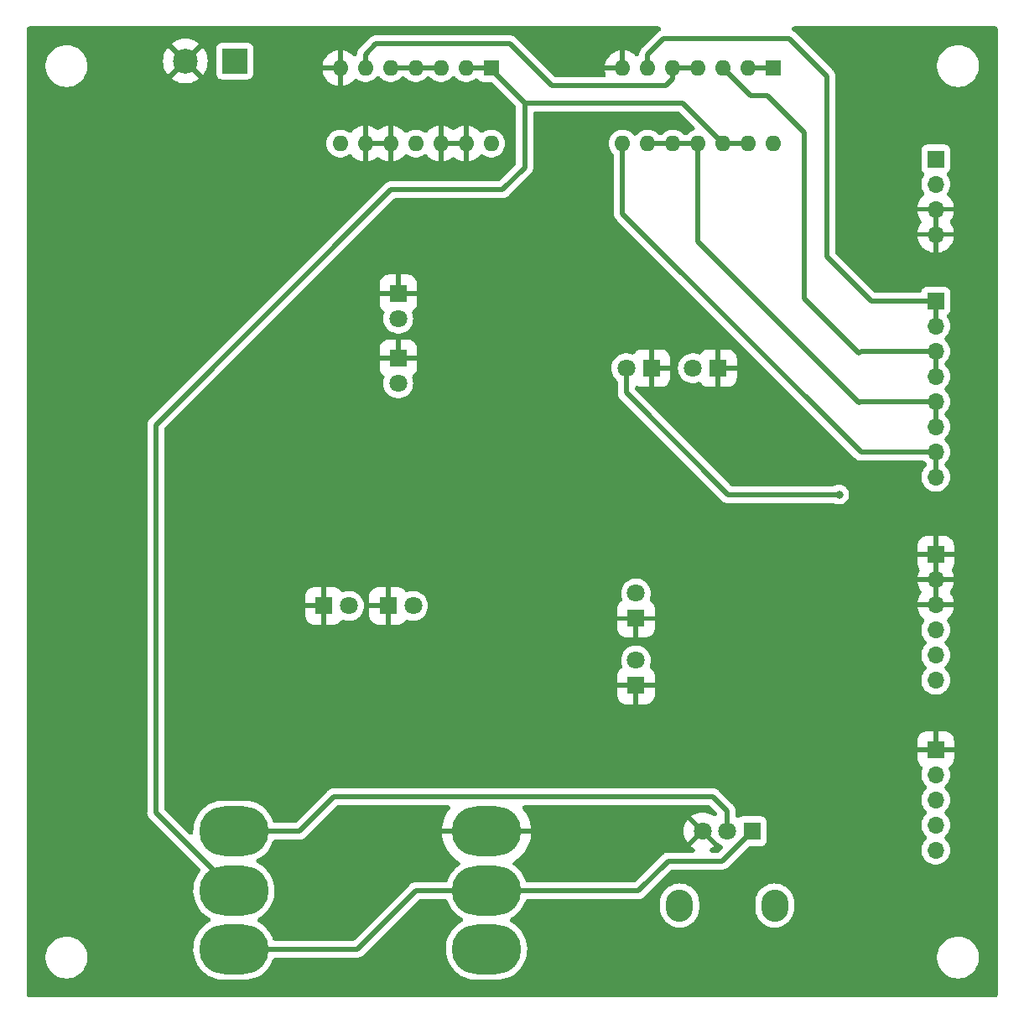
<source format=gbl>
G04 #@! TF.GenerationSoftware,KiCad,Pcbnew,7.0.7*
G04 #@! TF.CreationDate,2024-01-31T17:55:45+01:00*
G04 #@! TF.ProjectId,AmpelSchaltung,416d7065-6c53-4636-9861-6c74756e672e,rev?*
G04 #@! TF.SameCoordinates,Original*
G04 #@! TF.FileFunction,Copper,L2,Bot*
G04 #@! TF.FilePolarity,Positive*
%FSLAX46Y46*%
G04 Gerber Fmt 4.6, Leading zero omitted, Abs format (unit mm)*
G04 Created by KiCad (PCBNEW 7.0.7) date 2024-01-31 17:55:45*
%MOMM*%
%LPD*%
G01*
G04 APERTURE LIST*
G04 #@! TA.AperFunction,ComponentPad*
%ADD10R,1.800000X1.800000*%
G04 #@! TD*
G04 #@! TA.AperFunction,ComponentPad*
%ADD11C,1.800000*%
G04 #@! TD*
G04 #@! TA.AperFunction,ComponentPad*
%ADD12O,7.000000X5.000000*%
G04 #@! TD*
G04 #@! TA.AperFunction,ComponentPad*
%ADD13R,1.700000X1.700000*%
G04 #@! TD*
G04 #@! TA.AperFunction,ComponentPad*
%ADD14O,1.700000X1.700000*%
G04 #@! TD*
G04 #@! TA.AperFunction,ComponentPad*
%ADD15O,2.720000X3.240000*%
G04 #@! TD*
G04 #@! TA.AperFunction,ComponentPad*
%ADD16R,1.600000X1.600000*%
G04 #@! TD*
G04 #@! TA.AperFunction,ComponentPad*
%ADD17O,1.600000X1.600000*%
G04 #@! TD*
G04 #@! TA.AperFunction,ComponentPad*
%ADD18R,2.500000X2.500000*%
G04 #@! TD*
G04 #@! TA.AperFunction,ComponentPad*
%ADD19C,2.500000*%
G04 #@! TD*
G04 #@! TA.AperFunction,ViaPad*
%ADD20C,0.800000*%
G04 #@! TD*
G04 #@! TA.AperFunction,Conductor*
%ADD21C,0.500000*%
G04 #@! TD*
G04 APERTURE END LIST*
D10*
X160000000Y-109275000D03*
D11*
X160000000Y-106735000D03*
D12*
X144900000Y-142650000D03*
X144900000Y-136750000D03*
X144900000Y-130750000D03*
D13*
X190250000Y-62880000D03*
D14*
X190250000Y-65420000D03*
X190250000Y-67960000D03*
X190250000Y-70500000D03*
D13*
X190250000Y-102800000D03*
D14*
X190250000Y-105340000D03*
X190250000Y-107880000D03*
X190250000Y-110420000D03*
X190250000Y-112960000D03*
X190250000Y-115500000D03*
D10*
X136000000Y-83000000D03*
D11*
X136000000Y-85540000D03*
D10*
X134960000Y-108000000D03*
D11*
X137500000Y-108000000D03*
D10*
X160000000Y-116040000D03*
D11*
X160000000Y-113500000D03*
D12*
X119400000Y-142650000D03*
X119400000Y-136750000D03*
X119400000Y-130750000D03*
D10*
X136000000Y-76460000D03*
D11*
X136000000Y-79000000D03*
D15*
X174000000Y-138250000D03*
X164400000Y-138250000D03*
D10*
X171700000Y-130750000D03*
D11*
X169200000Y-130750000D03*
X166700000Y-130750000D03*
D10*
X161540000Y-84000000D03*
D11*
X159000000Y-84000000D03*
D13*
X190250000Y-122500000D03*
D14*
X190250000Y-125040000D03*
X190250000Y-127580000D03*
X190250000Y-130120000D03*
X190250000Y-132660000D03*
D10*
X168275000Y-84000000D03*
D11*
X165735000Y-84000000D03*
D10*
X128500000Y-108000000D03*
D11*
X131040000Y-108000000D03*
D16*
X173875000Y-53700000D03*
D17*
X171335000Y-53700000D03*
X168795000Y-53700000D03*
X166255000Y-53700000D03*
X163715000Y-53700000D03*
X161175000Y-53700000D03*
X158635000Y-53700000D03*
X158635000Y-61320000D03*
X161175000Y-61320000D03*
X163715000Y-61320000D03*
X166255000Y-61320000D03*
X168795000Y-61320000D03*
X171335000Y-61320000D03*
X173875000Y-61320000D03*
D18*
X119500000Y-53000000D03*
D19*
X114500000Y-53000000D03*
D16*
X145375000Y-53700000D03*
D17*
X142835000Y-53700000D03*
X140295000Y-53700000D03*
X137755000Y-53700000D03*
X135215000Y-53700000D03*
X132675000Y-53700000D03*
X130135000Y-53700000D03*
X130135000Y-61320000D03*
X132675000Y-61320000D03*
X135215000Y-61320000D03*
X137755000Y-61320000D03*
X140295000Y-61320000D03*
X142835000Y-61320000D03*
X145375000Y-61320000D03*
D13*
X190250000Y-77220000D03*
D14*
X190250000Y-79760000D03*
X190250000Y-82300000D03*
X190250000Y-84840000D03*
X190250000Y-87380000D03*
X190250000Y-89920000D03*
X190250000Y-92460000D03*
X190250000Y-95000000D03*
D20*
X180500000Y-96750000D03*
D21*
X159000000Y-86500000D02*
X159000000Y-84000000D01*
X169250000Y-96750000D02*
X159000000Y-86500000D01*
X180500000Y-96750000D02*
X169250000Y-96750000D01*
X163250000Y-133750000D02*
X168700000Y-133750000D01*
X137750000Y-136750000D02*
X144900000Y-136750000D01*
X131850000Y-142650000D02*
X137750000Y-136750000D01*
X119400000Y-142650000D02*
X131850000Y-142650000D01*
X160250000Y-136750000D02*
X163250000Y-133750000D01*
X144900000Y-136750000D02*
X160250000Y-136750000D01*
X168700000Y-133750000D02*
X171700000Y-130750000D01*
X167750000Y-127250000D02*
X129500000Y-127250000D01*
X126000000Y-130750000D02*
X119400000Y-130750000D01*
X169200000Y-130750000D02*
X169200000Y-128700000D01*
X129500000Y-127250000D02*
X126000000Y-130750000D01*
X169200000Y-128700000D02*
X167750000Y-127250000D01*
X133750000Y-51250000D02*
X132675000Y-52325000D01*
X166255000Y-53700000D02*
X163715000Y-53700000D01*
X163715000Y-53700000D02*
X163715000Y-54785000D01*
X151500000Y-55500000D02*
X147250000Y-51250000D01*
X147250000Y-51250000D02*
X133750000Y-51250000D01*
X163000000Y-55500000D02*
X151500000Y-55500000D01*
X163715000Y-54785000D02*
X163000000Y-55500000D01*
X132675000Y-52325000D02*
X132675000Y-53700000D01*
X173875000Y-53700000D02*
X171335000Y-53700000D01*
X140295000Y-53700000D02*
X135215000Y-53700000D01*
X145375000Y-53700000D02*
X142835000Y-53700000D01*
X111500000Y-89750000D02*
X135250000Y-66000000D01*
X119400000Y-136750000D02*
X111500000Y-128850000D01*
X148750000Y-57250000D02*
X145375000Y-53875000D01*
X171335000Y-61320000D02*
X168795000Y-61320000D01*
X146500000Y-66000000D02*
X148750000Y-63750000D01*
X148750000Y-63750000D02*
X148750000Y-57250000D01*
X168795000Y-61320000D02*
X164725000Y-57250000D01*
X135250000Y-66000000D02*
X146500000Y-66000000D01*
X111500000Y-128850000D02*
X111500000Y-89750000D01*
X145375000Y-53875000D02*
X145375000Y-53700000D01*
X164725000Y-57250000D02*
X148750000Y-57250000D01*
X162750000Y-50750000D02*
X175500000Y-50750000D01*
X183720000Y-77220000D02*
X190250000Y-77220000D01*
X161175000Y-53700000D02*
X161175000Y-52325000D01*
X179250000Y-54500000D02*
X179250000Y-72750000D01*
X190250000Y-77220000D02*
X190250000Y-79760000D01*
X179250000Y-72750000D02*
X183720000Y-77220000D01*
X161175000Y-52325000D02*
X162750000Y-50750000D01*
X175500000Y-50750000D02*
X179250000Y-54500000D01*
X182700000Y-82300000D02*
X190250000Y-82300000D01*
X177000000Y-60250000D02*
X177000000Y-77000000D01*
X168795000Y-53700000D02*
X171595000Y-56500000D01*
X177000000Y-77000000D02*
X182500000Y-82500000D01*
X173250000Y-56500000D02*
X177000000Y-60250000D01*
X190250000Y-82300000D02*
X190250000Y-84840000D01*
X171595000Y-56500000D02*
X173250000Y-56500000D01*
X182500000Y-82500000D02*
X182700000Y-82300000D01*
X166255000Y-61320000D02*
X166255000Y-71255000D01*
X182620000Y-87380000D02*
X190250000Y-87380000D01*
X190250000Y-87380000D02*
X190250000Y-89920000D01*
X161175000Y-61320000D02*
X166255000Y-61320000D01*
X166255000Y-71255000D02*
X182500000Y-87500000D01*
X182500000Y-87500000D02*
X182620000Y-87380000D01*
X182750000Y-92500000D02*
X182790000Y-92460000D01*
X190250000Y-92460000D02*
X190250000Y-95000000D01*
X158635000Y-61320000D02*
X158635000Y-68385000D01*
X158635000Y-68385000D02*
X182750000Y-92500000D01*
X182790000Y-92460000D02*
X190250000Y-92460000D01*
G04 #@! TA.AperFunction,Conductor*
G36*
X190346288Y-105858954D02*
G01*
X190427070Y-105912930D01*
X190481046Y-105993712D01*
X190500000Y-106089000D01*
X190500000Y-107131000D01*
X190481046Y-107226288D01*
X190427070Y-107307070D01*
X190346288Y-107361046D01*
X190251000Y-107380000D01*
X190249000Y-107380000D01*
X190153712Y-107361046D01*
X190072930Y-107307070D01*
X190018954Y-107226288D01*
X190000000Y-107131000D01*
X190000000Y-106089000D01*
X190018954Y-105993712D01*
X190072930Y-105912930D01*
X190153712Y-105858954D01*
X190249000Y-105840000D01*
X190251000Y-105840000D01*
X190346288Y-105858954D01*
G37*
G04 #@! TD.AperFunction*
G04 #@! TA.AperFunction,Conductor*
G36*
X190346288Y-103318954D02*
G01*
X190427070Y-103372930D01*
X190481046Y-103453712D01*
X190500000Y-103549000D01*
X190500000Y-104591000D01*
X190481046Y-104686288D01*
X190427070Y-104767070D01*
X190346288Y-104821046D01*
X190251000Y-104840000D01*
X190249000Y-104840000D01*
X190153712Y-104821046D01*
X190072930Y-104767070D01*
X190018954Y-104686288D01*
X190000000Y-104591000D01*
X190000000Y-103549000D01*
X190018954Y-103453712D01*
X190072930Y-103372930D01*
X190153712Y-103318954D01*
X190249000Y-103300000D01*
X190251000Y-103300000D01*
X190346288Y-103318954D01*
G37*
G04 #@! TD.AperFunction*
G04 #@! TA.AperFunction,Conductor*
G36*
X190346288Y-68478954D02*
G01*
X190427070Y-68532930D01*
X190481046Y-68613712D01*
X190500000Y-68709000D01*
X190500000Y-69751000D01*
X190481046Y-69846288D01*
X190427070Y-69927070D01*
X190346288Y-69981046D01*
X190251000Y-70000000D01*
X190249000Y-70000000D01*
X190153712Y-69981046D01*
X190072930Y-69927070D01*
X190018954Y-69846288D01*
X190000000Y-69751000D01*
X190000000Y-68709000D01*
X190018954Y-68613712D01*
X190072930Y-68532930D01*
X190153712Y-68478954D01*
X190249000Y-68460000D01*
X190251000Y-68460000D01*
X190346288Y-68478954D01*
G37*
G04 #@! TD.AperFunction*
G04 #@! TA.AperFunction,Conductor*
G36*
X134656302Y-61088954D02*
G01*
X134737084Y-61142930D01*
X134791060Y-61223712D01*
X134810014Y-61319000D01*
X134810014Y-61321000D01*
X134791060Y-61416288D01*
X134737084Y-61497070D01*
X134656302Y-61551046D01*
X134561014Y-61570000D01*
X133328986Y-61570000D01*
X133233698Y-61551046D01*
X133152916Y-61497070D01*
X133098940Y-61416288D01*
X133079986Y-61321000D01*
X133079986Y-61319000D01*
X133098940Y-61223712D01*
X133152916Y-61142930D01*
X133233698Y-61088954D01*
X133328986Y-61070000D01*
X134561014Y-61070000D01*
X134656302Y-61088954D01*
G37*
G04 #@! TD.AperFunction*
G04 #@! TA.AperFunction,Conductor*
G36*
X142276302Y-61088954D02*
G01*
X142357084Y-61142930D01*
X142411060Y-61223712D01*
X142430014Y-61319000D01*
X142430014Y-61321000D01*
X142411060Y-61416288D01*
X142357084Y-61497070D01*
X142276302Y-61551046D01*
X142181014Y-61570000D01*
X140948986Y-61570000D01*
X140853698Y-61551046D01*
X140772916Y-61497070D01*
X140718940Y-61416288D01*
X140699986Y-61321000D01*
X140699986Y-61319000D01*
X140718940Y-61223712D01*
X140772916Y-61142930D01*
X140853698Y-61088954D01*
X140948986Y-61070000D01*
X142181014Y-61070000D01*
X142276302Y-61088954D01*
G37*
G04 #@! TD.AperFunction*
G04 #@! TA.AperFunction,Conductor*
G36*
X162377342Y-49519454D02*
G01*
X162458124Y-49573430D01*
X162512100Y-49654212D01*
X162531054Y-49749500D01*
X162512100Y-49844788D01*
X162458124Y-49925570D01*
X162401384Y-49965170D01*
X162402270Y-49966644D01*
X162401004Y-49967405D01*
X162392003Y-49971718D01*
X162386602Y-49975488D01*
X162380264Y-49978419D01*
X162369883Y-49983568D01*
X162301658Y-50027177D01*
X162232265Y-50068929D01*
X162223042Y-50075940D01*
X162214011Y-50083200D01*
X162156768Y-50140443D01*
X162097962Y-50196147D01*
X162089224Y-50206435D01*
X162088498Y-50205819D01*
X162074694Y-50222516D01*
X160601613Y-51695595D01*
X160594182Y-51702445D01*
X160584537Y-51710639D01*
X160553900Y-51736663D01*
X160504909Y-51801108D01*
X160454164Y-51864236D01*
X160447936Y-51873980D01*
X160441943Y-51883940D01*
X160407939Y-51957438D01*
X160371959Y-52029988D01*
X160367960Y-52040872D01*
X160364268Y-52051831D01*
X160346858Y-52130926D01*
X160327315Y-52209505D01*
X160325758Y-52220926D01*
X160324500Y-52232506D01*
X160324500Y-52241424D01*
X160305546Y-52336712D01*
X160251570Y-52417494D01*
X160170788Y-52471470D01*
X160075500Y-52490424D01*
X159980212Y-52471470D01*
X159906138Y-52423955D01*
X159760424Y-52288754D01*
X159537527Y-52136784D01*
X159537522Y-52136782D01*
X159294465Y-52019731D01*
X159294459Y-52019729D01*
X159036666Y-51940210D01*
X158885000Y-51917349D01*
X158885000Y-53051000D01*
X158866046Y-53146288D01*
X158812070Y-53227070D01*
X158731288Y-53281046D01*
X158636000Y-53300000D01*
X158634000Y-53300000D01*
X158538712Y-53281046D01*
X158457930Y-53227070D01*
X158403954Y-53146288D01*
X158385000Y-53051000D01*
X158385000Y-51917349D01*
X158233334Y-51940210D01*
X158233332Y-51940210D01*
X157975540Y-52019729D01*
X157975535Y-52019731D01*
X157732478Y-52136782D01*
X157732473Y-52136784D01*
X157509574Y-52288754D01*
X157311811Y-52472251D01*
X157311806Y-52472256D01*
X157143598Y-52683182D01*
X157008713Y-52916810D01*
X157008705Y-52916826D01*
X156910144Y-53167958D01*
X156850115Y-53430968D01*
X156848689Y-53450000D01*
X157981014Y-53450000D01*
X158076302Y-53468954D01*
X158157084Y-53522930D01*
X158211060Y-53603712D01*
X158230014Y-53699000D01*
X158230014Y-53701000D01*
X158211060Y-53796288D01*
X158157084Y-53877070D01*
X158076302Y-53931046D01*
X157981014Y-53950000D01*
X156848689Y-53950000D01*
X156850115Y-53969031D01*
X156910144Y-54232043D01*
X156940556Y-54309529D01*
X156957725Y-54405155D01*
X156936993Y-54500073D01*
X156881516Y-54579831D01*
X156799740Y-54632287D01*
X156708769Y-54649500D01*
X151955429Y-54649500D01*
X151860141Y-54630546D01*
X151779359Y-54576570D01*
X147879412Y-50676622D01*
X147872555Y-50669184D01*
X147838334Y-50628897D01*
X147773892Y-50579910D01*
X147768969Y-50575953D01*
X147758483Y-50567524D01*
X147710756Y-50529159D01*
X147701015Y-50522933D01*
X147691063Y-50516945D01*
X147617561Y-50482939D01*
X147545019Y-50446963D01*
X147534102Y-50442952D01*
X147523172Y-50439269D01*
X147444073Y-50421858D01*
X147365491Y-50402314D01*
X147354087Y-50400760D01*
X147342500Y-50399500D01*
X147342497Y-50399500D01*
X147342493Y-50399500D01*
X147261532Y-50399500D01*
X147221031Y-50398403D01*
X147180568Y-50397307D01*
X147180567Y-50397307D01*
X147180566Y-50397307D01*
X147167110Y-50398403D01*
X147167032Y-50397449D01*
X147145466Y-50399500D01*
X133789632Y-50399500D01*
X133779525Y-50399089D01*
X133726835Y-50394799D01*
X133726830Y-50394799D01*
X133646607Y-50405729D01*
X133566089Y-50414485D01*
X133554800Y-50416970D01*
X133543533Y-50419772D01*
X133495431Y-50437443D01*
X133467499Y-50447705D01*
X133393171Y-50472749D01*
X133390776Y-50473557D01*
X133380223Y-50478439D01*
X133369880Y-50483568D01*
X133301631Y-50527193D01*
X133232261Y-50568931D01*
X133223024Y-50575953D01*
X133214013Y-50583197D01*
X133156750Y-50640460D01*
X133097962Y-50696147D01*
X133089224Y-50706435D01*
X133088498Y-50705818D01*
X133074696Y-50722513D01*
X132101613Y-51695595D01*
X132094182Y-51702445D01*
X132084537Y-51710639D01*
X132053900Y-51736663D01*
X132004909Y-51801108D01*
X131954164Y-51864236D01*
X131947936Y-51873980D01*
X131941943Y-51883940D01*
X131907939Y-51957438D01*
X131871959Y-52029988D01*
X131867960Y-52040872D01*
X131864268Y-52051831D01*
X131846858Y-52130926D01*
X131827315Y-52209505D01*
X131825758Y-52220926D01*
X131824500Y-52232506D01*
X131824500Y-52241424D01*
X131805546Y-52336712D01*
X131751570Y-52417494D01*
X131670788Y-52471470D01*
X131575500Y-52490424D01*
X131480212Y-52471470D01*
X131406138Y-52423955D01*
X131260424Y-52288754D01*
X131037527Y-52136784D01*
X131037522Y-52136782D01*
X130794465Y-52019731D01*
X130794459Y-52019729D01*
X130536666Y-51940210D01*
X130384999Y-51917349D01*
X130384999Y-53051000D01*
X130366045Y-53146288D01*
X130312068Y-53227070D01*
X130231287Y-53281046D01*
X130135999Y-53300000D01*
X130134000Y-53300000D01*
X130038712Y-53281046D01*
X129957930Y-53227070D01*
X129903954Y-53146288D01*
X129885000Y-53051000D01*
X129885000Y-51917349D01*
X129733334Y-51940210D01*
X129733332Y-51940210D01*
X129475540Y-52019729D01*
X129475535Y-52019731D01*
X129232478Y-52136782D01*
X129232473Y-52136784D01*
X129009574Y-52288754D01*
X128811811Y-52472251D01*
X128811806Y-52472256D01*
X128643598Y-52683182D01*
X128508713Y-52916810D01*
X128508705Y-52916826D01*
X128410144Y-53167958D01*
X128350115Y-53430968D01*
X128348689Y-53450000D01*
X129481014Y-53450000D01*
X129576302Y-53468954D01*
X129657084Y-53522930D01*
X129711060Y-53603712D01*
X129730014Y-53699000D01*
X129730014Y-53701000D01*
X129711060Y-53796288D01*
X129657084Y-53877070D01*
X129576302Y-53931046D01*
X129481014Y-53950000D01*
X128348689Y-53950000D01*
X128350115Y-53969031D01*
X128410144Y-54232041D01*
X128508705Y-54483173D01*
X128508713Y-54483189D01*
X128643598Y-54716817D01*
X128811806Y-54927743D01*
X128811811Y-54927748D01*
X129009574Y-55111245D01*
X129232473Y-55263215D01*
X129232478Y-55263217D01*
X129475535Y-55380268D01*
X129475540Y-55380270D01*
X129733333Y-55459789D01*
X129884999Y-55482649D01*
X129885000Y-55482649D01*
X129885000Y-54349000D01*
X129903954Y-54253712D01*
X129957930Y-54172930D01*
X130038712Y-54118954D01*
X130134000Y-54100000D01*
X130135999Y-54100000D01*
X130231287Y-54118954D01*
X130312069Y-54172930D01*
X130366045Y-54253712D01*
X130384999Y-54349000D01*
X130384999Y-55482648D01*
X130385000Y-55482649D01*
X130536666Y-55459789D01*
X130794459Y-55380270D01*
X130794465Y-55380268D01*
X131037522Y-55263217D01*
X131037527Y-55263215D01*
X131260425Y-55111245D01*
X131458188Y-54927748D01*
X131458191Y-54927745D01*
X131501640Y-54873262D01*
X131575870Y-54810580D01*
X131668437Y-54781076D01*
X131765248Y-54789241D01*
X131849256Y-54832014D01*
X131885393Y-54860140D01*
X131906374Y-54876470D01*
X132001118Y-54927743D01*
X132110487Y-54986931D01*
X132110489Y-54986931D01*
X132110497Y-54986936D01*
X132330019Y-55062298D01*
X132558951Y-55100500D01*
X132791049Y-55100500D01*
X133019981Y-55062298D01*
X133239503Y-54986936D01*
X133443626Y-54876470D01*
X133626784Y-54733913D01*
X133761805Y-54587241D01*
X133840286Y-54529972D01*
X133934710Y-54507097D01*
X134030700Y-54522097D01*
X134113643Y-54572689D01*
X134128195Y-54587241D01*
X134212004Y-54678282D01*
X134263216Y-54733913D01*
X134273119Y-54741621D01*
X134413007Y-54850500D01*
X134446374Y-54876470D01*
X134541118Y-54927743D01*
X134650487Y-54986931D01*
X134650489Y-54986931D01*
X134650497Y-54986936D01*
X134870019Y-55062298D01*
X135098951Y-55100500D01*
X135331049Y-55100500D01*
X135559981Y-55062298D01*
X135779503Y-54986936D01*
X135983626Y-54876470D01*
X136166784Y-54733913D01*
X136237808Y-54656760D01*
X136261654Y-54630857D01*
X136340136Y-54573588D01*
X136434559Y-54550713D01*
X136444849Y-54550500D01*
X136525151Y-54550500D01*
X136620439Y-54569454D01*
X136701221Y-54623430D01*
X136708346Y-54630857D01*
X136752004Y-54678282D01*
X136803216Y-54733913D01*
X136813119Y-54741621D01*
X136953007Y-54850500D01*
X136986374Y-54876470D01*
X137081118Y-54927743D01*
X137190487Y-54986931D01*
X137190489Y-54986931D01*
X137190497Y-54986936D01*
X137410019Y-55062298D01*
X137638951Y-55100500D01*
X137871049Y-55100500D01*
X138099981Y-55062298D01*
X138319503Y-54986936D01*
X138523626Y-54876470D01*
X138706784Y-54733913D01*
X138777808Y-54656760D01*
X138801654Y-54630857D01*
X138880136Y-54573588D01*
X138974559Y-54550713D01*
X138984849Y-54550500D01*
X139065151Y-54550500D01*
X139160439Y-54569454D01*
X139241221Y-54623430D01*
X139248346Y-54630857D01*
X139292004Y-54678282D01*
X139343216Y-54733913D01*
X139353119Y-54741621D01*
X139493007Y-54850500D01*
X139526374Y-54876470D01*
X139621118Y-54927743D01*
X139730487Y-54986931D01*
X139730489Y-54986931D01*
X139730497Y-54986936D01*
X139950019Y-55062298D01*
X140178951Y-55100500D01*
X140411049Y-55100500D01*
X140639981Y-55062298D01*
X140859503Y-54986936D01*
X141063626Y-54876470D01*
X141246784Y-54733913D01*
X141381805Y-54587241D01*
X141460286Y-54529972D01*
X141554710Y-54507097D01*
X141650700Y-54522097D01*
X141733643Y-54572689D01*
X141748195Y-54587241D01*
X141832004Y-54678282D01*
X141883216Y-54733913D01*
X141893119Y-54741621D01*
X142033007Y-54850500D01*
X142066374Y-54876470D01*
X142161118Y-54927743D01*
X142270487Y-54986931D01*
X142270489Y-54986931D01*
X142270497Y-54986936D01*
X142490019Y-55062298D01*
X142718951Y-55100500D01*
X142951049Y-55100500D01*
X143179981Y-55062298D01*
X143399503Y-54986936D01*
X143603626Y-54876470D01*
X143636993Y-54850500D01*
X143715698Y-54789241D01*
X143720901Y-54785191D01*
X143807738Y-54741621D01*
X143904639Y-54734599D01*
X143996851Y-54765194D01*
X144070335Y-54828747D01*
X144071385Y-54830106D01*
X144125395Y-54900494D01*
X144146718Y-54928282D01*
X144146722Y-54928285D01*
X144146723Y-54928286D01*
X144266238Y-55019993D01*
X144272159Y-55024536D01*
X144418238Y-55085044D01*
X144535639Y-55100500D01*
X145294570Y-55100499D01*
X145389858Y-55119453D01*
X145470639Y-55173429D01*
X145470640Y-55173429D01*
X147826570Y-57529358D01*
X147880546Y-57610140D01*
X147899500Y-57705428D01*
X147899500Y-63294570D01*
X147880546Y-63389858D01*
X147826570Y-63470640D01*
X146220641Y-65076570D01*
X146139859Y-65130546D01*
X146044571Y-65149500D01*
X135289632Y-65149500D01*
X135279525Y-65149089D01*
X135226835Y-65144799D01*
X135226830Y-65144799D01*
X135146607Y-65155729D01*
X135066089Y-65164485D01*
X135054800Y-65166970D01*
X135043530Y-65169773D01*
X134967513Y-65197700D01*
X134890775Y-65223557D01*
X134880264Y-65228419D01*
X134869883Y-65233568D01*
X134801658Y-65277177D01*
X134732265Y-65318929D01*
X134723042Y-65325940D01*
X134714011Y-65333200D01*
X134656769Y-65390442D01*
X134597962Y-65446147D01*
X134589224Y-65456435D01*
X134588498Y-65455819D01*
X134574694Y-65472516D01*
X110926613Y-89120595D01*
X110919177Y-89127451D01*
X110878900Y-89161663D01*
X110829909Y-89226108D01*
X110779164Y-89289236D01*
X110772936Y-89298980D01*
X110766943Y-89308940D01*
X110732939Y-89382438D01*
X110696959Y-89454988D01*
X110692960Y-89465872D01*
X110689268Y-89476831D01*
X110671858Y-89555926D01*
X110652315Y-89634505D01*
X110650754Y-89645959D01*
X110649499Y-89657498D01*
X110649499Y-89738467D01*
X110647307Y-89819433D01*
X110648403Y-89832886D01*
X110647449Y-89832963D01*
X110649500Y-89854533D01*
X110649499Y-128810366D01*
X110649088Y-128820471D01*
X110644799Y-128873159D01*
X110644799Y-128873168D01*
X110655729Y-128953392D01*
X110664484Y-129033905D01*
X110666969Y-129045192D01*
X110669774Y-129056471D01*
X110697700Y-129132486D01*
X110723559Y-129209230D01*
X110728417Y-129219732D01*
X110733566Y-129230112D01*
X110733567Y-129230113D01*
X110733568Y-129230116D01*
X110777184Y-129298353D01*
X110818930Y-129367736D01*
X110818931Y-129367737D01*
X110818933Y-129367740D01*
X110825935Y-129376951D01*
X110833201Y-129385991D01*
X110868924Y-129421713D01*
X110890460Y-129443249D01*
X110946151Y-129502041D01*
X110946154Y-129502043D01*
X110946155Y-129502044D01*
X110956441Y-129510781D01*
X110955821Y-129511510D01*
X110972520Y-129525309D01*
X115943945Y-134496734D01*
X115997921Y-134577516D01*
X116016875Y-134672804D01*
X115997921Y-134768092D01*
X115956063Y-134835857D01*
X115940700Y-134853587D01*
X115940697Y-134853592D01*
X115740557Y-135146286D01*
X115740553Y-135146292D01*
X115575082Y-135459894D01*
X115446434Y-135790320D01*
X115446431Y-135790328D01*
X115446432Y-135790328D01*
X115363954Y-136104109D01*
X115356289Y-136133269D01*
X115305827Y-136484233D01*
X115305826Y-136484239D01*
X115295700Y-136838669D01*
X115326044Y-137191965D01*
X115396463Y-137539493D01*
X115396463Y-137539494D01*
X115506034Y-137876719D01*
X115506038Y-137876729D01*
X115653330Y-138199255D01*
X115653334Y-138199261D01*
X115653336Y-138199266D01*
X115746049Y-138353014D01*
X115836440Y-138502911D01*
X115836442Y-138502914D01*
X115836443Y-138502915D01*
X116052971Y-138783713D01*
X116300095Y-139037997D01*
X116574595Y-139262455D01*
X116872888Y-139454157D01*
X116872893Y-139454160D01*
X116920343Y-139477490D01*
X116997492Y-139536543D01*
X117046169Y-139620623D01*
X117058965Y-139716932D01*
X117033931Y-139810806D01*
X116974878Y-139887955D01*
X116932922Y-139917757D01*
X116721005Y-140037432D01*
X116721003Y-140037433D01*
X116721002Y-140037434D01*
X116434143Y-140245849D01*
X116434139Y-140245852D01*
X116172904Y-140485612D01*
X115940700Y-140753586D01*
X115740557Y-141046286D01*
X115740553Y-141046292D01*
X115575082Y-141359894D01*
X115446434Y-141690320D01*
X115356289Y-142033269D01*
X115305827Y-142384233D01*
X115305826Y-142384239D01*
X115295700Y-142738669D01*
X115326044Y-143091965D01*
X115396463Y-143439493D01*
X115396463Y-143439494D01*
X115506034Y-143776719D01*
X115506038Y-143776729D01*
X115653330Y-144099255D01*
X115653334Y-144099261D01*
X115653336Y-144099266D01*
X115717130Y-144205057D01*
X115836440Y-144402911D01*
X115836442Y-144402914D01*
X115836443Y-144402915D01*
X116052971Y-144683713D01*
X116179964Y-144814385D01*
X116299177Y-144937053D01*
X116300095Y-144937997D01*
X116574595Y-145162455D01*
X116872891Y-145354159D01*
X117191096Y-145510609D01*
X117525061Y-145629768D01*
X117870432Y-145710080D01*
X118134638Y-145740394D01*
X118222706Y-145750500D01*
X118222707Y-145750500D01*
X120488578Y-145750500D01*
X120665530Y-145740381D01*
X120754008Y-145735322D01*
X121103400Y-145674857D01*
X121443623Y-145574959D01*
X121770241Y-145436929D01*
X122078995Y-145262568D01*
X122365861Y-145054147D01*
X122627099Y-144814385D01*
X122859304Y-144546407D01*
X123059448Y-144253706D01*
X123224921Y-143940098D01*
X123334300Y-143659160D01*
X123386534Y-143577242D01*
X123466141Y-143521548D01*
X123561001Y-143500557D01*
X123566334Y-143500500D01*
X131810368Y-143500500D01*
X131820475Y-143500911D01*
X131842536Y-143502706D01*
X131873167Y-143505201D01*
X131953392Y-143494270D01*
X132033910Y-143485514D01*
X132045217Y-143483024D01*
X132056461Y-143480227D01*
X132056468Y-143480227D01*
X132132486Y-143452299D01*
X132209221Y-143426444D01*
X132209230Y-143426438D01*
X132219754Y-143421570D01*
X132230108Y-143416434D01*
X132230116Y-143416432D01*
X132298353Y-143372815D01*
X132367736Y-143331070D01*
X132367742Y-143331063D01*
X132376981Y-143324041D01*
X132385987Y-143316802D01*
X132443249Y-143259539D01*
X132502041Y-143203849D01*
X132510781Y-143193559D01*
X132511514Y-143194182D01*
X132525308Y-143177479D01*
X138029358Y-137673430D01*
X138110141Y-137619454D01*
X138205429Y-137600500D01*
X140735377Y-137600500D01*
X140830665Y-137619454D01*
X140911447Y-137673430D01*
X140965423Y-137754212D01*
X140972190Y-137772555D01*
X141006034Y-137876719D01*
X141006038Y-137876729D01*
X141153330Y-138199255D01*
X141153334Y-138199261D01*
X141153336Y-138199266D01*
X141246049Y-138353014D01*
X141336440Y-138502911D01*
X141336442Y-138502914D01*
X141336443Y-138502915D01*
X141552971Y-138783713D01*
X141800095Y-139037997D01*
X142074595Y-139262455D01*
X142372888Y-139454157D01*
X142372893Y-139454160D01*
X142420343Y-139477490D01*
X142497492Y-139536543D01*
X142546169Y-139620623D01*
X142558965Y-139716932D01*
X142533931Y-139810806D01*
X142474878Y-139887955D01*
X142432922Y-139917757D01*
X142221005Y-140037432D01*
X142221003Y-140037433D01*
X142221002Y-140037434D01*
X141934143Y-140245849D01*
X141934139Y-140245852D01*
X141672904Y-140485612D01*
X141440700Y-140753586D01*
X141240557Y-141046286D01*
X141240553Y-141046292D01*
X141075082Y-141359894D01*
X140946434Y-141690320D01*
X140856289Y-142033269D01*
X140805827Y-142384233D01*
X140805826Y-142384239D01*
X140795700Y-142738669D01*
X140826044Y-143091965D01*
X140896463Y-143439493D01*
X140896463Y-143439494D01*
X141006034Y-143776719D01*
X141006038Y-143776729D01*
X141153330Y-144099255D01*
X141153334Y-144099261D01*
X141153336Y-144099266D01*
X141217130Y-144205057D01*
X141336440Y-144402911D01*
X141336442Y-144402914D01*
X141336443Y-144402915D01*
X141552971Y-144683713D01*
X141679964Y-144814385D01*
X141799177Y-144937053D01*
X141800095Y-144937997D01*
X142074595Y-145162455D01*
X142372891Y-145354159D01*
X142691096Y-145510609D01*
X143025061Y-145629768D01*
X143370432Y-145710080D01*
X143634638Y-145740394D01*
X143722706Y-145750500D01*
X143722707Y-145750500D01*
X145988578Y-145750500D01*
X146165530Y-145740381D01*
X146254008Y-145735322D01*
X146603400Y-145674857D01*
X146943623Y-145574959D01*
X147270241Y-145436929D01*
X147578995Y-145262568D01*
X147865861Y-145054147D01*
X148127099Y-144814385D01*
X148359304Y-144546407D01*
X148559448Y-144253706D01*
X148724921Y-143940098D01*
X148840327Y-143643681D01*
X190399500Y-143643681D01*
X190438627Y-143928351D01*
X190516155Y-144205057D01*
X190630639Y-144468626D01*
X190779944Y-144714146D01*
X190779945Y-144714147D01*
X190961292Y-144937053D01*
X191171302Y-145133189D01*
X191406064Y-145298901D01*
X191661203Y-145431104D01*
X191931968Y-145527334D01*
X192213314Y-145585798D01*
X192213321Y-145585798D01*
X192213324Y-145585799D01*
X192428243Y-145600500D01*
X192428248Y-145600500D01*
X192571757Y-145600500D01*
X192786675Y-145585799D01*
X192786677Y-145585798D01*
X192786686Y-145585798D01*
X193068032Y-145527334D01*
X193338797Y-145431104D01*
X193593936Y-145298901D01*
X193828698Y-145133189D01*
X194038708Y-144937053D01*
X194220055Y-144714147D01*
X194369361Y-144468625D01*
X194483844Y-144205058D01*
X194561371Y-143928358D01*
X194600500Y-143643678D01*
X194600500Y-143356322D01*
X194564165Y-143091968D01*
X194561372Y-143071648D01*
X194561371Y-143071646D01*
X194561371Y-143071642D01*
X194483844Y-142794942D01*
X194369361Y-142531375D01*
X194220055Y-142285853D01*
X194038708Y-142062947D01*
X193828698Y-141866811D01*
X193593936Y-141701099D01*
X193573134Y-141690320D01*
X193338802Y-141568898D01*
X193338800Y-141568897D01*
X193210446Y-141523280D01*
X193068032Y-141472666D01*
X192939430Y-141445942D01*
X192786692Y-141414203D01*
X192786675Y-141414200D01*
X192571757Y-141399500D01*
X192571752Y-141399500D01*
X192428248Y-141399500D01*
X192428243Y-141399500D01*
X192213324Y-141414200D01*
X192213307Y-141414203D01*
X191931968Y-141472666D01*
X191661199Y-141568897D01*
X191661197Y-141568898D01*
X191406065Y-141701098D01*
X191171304Y-141866809D01*
X191171303Y-141866810D01*
X190961290Y-142062949D01*
X190779944Y-142285853D01*
X190630639Y-142531373D01*
X190516155Y-142794942D01*
X190438627Y-143071648D01*
X190399500Y-143356318D01*
X190399500Y-143643681D01*
X148840327Y-143643681D01*
X148853568Y-143609672D01*
X148943710Y-143266736D01*
X148994173Y-142915759D01*
X149004299Y-142561317D01*
X148973955Y-142208032D01*
X148903537Y-141860508D01*
X148793964Y-141523277D01*
X148744152Y-141414203D01*
X148646669Y-141200744D01*
X148646667Y-141200740D01*
X148646664Y-141200734D01*
X148463557Y-140897085D01*
X148247029Y-140616287D01*
X147999905Y-140362003D01*
X147725405Y-140137545D01*
X147427109Y-139945841D01*
X147427110Y-139945841D01*
X147427104Y-139945838D01*
X147379654Y-139922508D01*
X147302506Y-139863455D01*
X147253829Y-139779374D01*
X147241034Y-139683065D01*
X147266069Y-139589191D01*
X147325122Y-139512043D01*
X147367075Y-139482244D01*
X147578995Y-139362568D01*
X147865861Y-139154147D01*
X148127099Y-138914385D01*
X148359304Y-138646407D01*
X148404694Y-138580026D01*
X162439500Y-138580026D01*
X162454498Y-138789722D01*
X162514109Y-139063747D01*
X162612110Y-139326500D01*
X162612112Y-139326504D01*
X162746508Y-139572633D01*
X162914563Y-139797128D01*
X162914565Y-139797130D01*
X162914568Y-139797134D01*
X163112866Y-139995432D01*
X163337366Y-140163491D01*
X163583498Y-140297889D01*
X163846252Y-140395891D01*
X164120279Y-140455502D01*
X164400000Y-140475508D01*
X164679721Y-140455502D01*
X164953748Y-140395891D01*
X165216502Y-140297889D01*
X165462634Y-140163491D01*
X165687134Y-139995432D01*
X165885432Y-139797134D01*
X166053491Y-139572634D01*
X166187889Y-139326502D01*
X166285891Y-139063748D01*
X166345502Y-138789721D01*
X166360500Y-138580026D01*
X172039500Y-138580026D01*
X172054498Y-138789722D01*
X172114109Y-139063747D01*
X172212110Y-139326500D01*
X172212112Y-139326504D01*
X172346508Y-139572633D01*
X172514563Y-139797128D01*
X172514565Y-139797130D01*
X172514568Y-139797134D01*
X172712866Y-139995432D01*
X172937366Y-140163491D01*
X173183498Y-140297889D01*
X173446252Y-140395891D01*
X173720279Y-140455502D01*
X174000000Y-140475508D01*
X174279721Y-140455502D01*
X174553748Y-140395891D01*
X174816502Y-140297889D01*
X175062634Y-140163491D01*
X175287134Y-139995432D01*
X175485432Y-139797134D01*
X175653491Y-139572634D01*
X175787889Y-139326502D01*
X175885891Y-139063748D01*
X175945502Y-138789721D01*
X175960500Y-138580021D01*
X175960500Y-137919979D01*
X175945502Y-137710279D01*
X175885891Y-137436252D01*
X175787889Y-137173498D01*
X175653491Y-136927366D01*
X175485432Y-136702866D01*
X175287134Y-136504568D01*
X175287130Y-136504565D01*
X175287128Y-136504563D01*
X175062633Y-136336508D01*
X174816504Y-136202112D01*
X174816500Y-136202110D01*
X174749749Y-136177213D01*
X174553748Y-136104109D01*
X174279722Y-136044498D01*
X174139860Y-136034494D01*
X174000000Y-136024492D01*
X173999999Y-136024492D01*
X173720277Y-136044498D01*
X173446252Y-136104109D01*
X173183499Y-136202110D01*
X173183495Y-136202112D01*
X172937366Y-136336508D01*
X172712871Y-136504563D01*
X172514563Y-136702871D01*
X172346508Y-136927366D01*
X172212112Y-137173495D01*
X172212110Y-137173499D01*
X172114109Y-137436252D01*
X172054498Y-137710277D01*
X172039500Y-137919974D01*
X172039500Y-138580026D01*
X166360500Y-138580026D01*
X166360500Y-138580021D01*
X166360500Y-137919979D01*
X166345502Y-137710279D01*
X166285891Y-137436252D01*
X166187889Y-137173498D01*
X166053491Y-136927366D01*
X165885432Y-136702866D01*
X165687134Y-136504568D01*
X165687130Y-136504565D01*
X165687128Y-136504563D01*
X165462633Y-136336508D01*
X165216504Y-136202112D01*
X165216500Y-136202110D01*
X165149749Y-136177213D01*
X164953748Y-136104109D01*
X164679722Y-136044498D01*
X164539860Y-136034494D01*
X164400000Y-136024492D01*
X164399999Y-136024492D01*
X164120277Y-136044498D01*
X163846252Y-136104109D01*
X163583499Y-136202110D01*
X163583495Y-136202112D01*
X163337366Y-136336508D01*
X163112871Y-136504563D01*
X162914563Y-136702871D01*
X162746508Y-136927366D01*
X162612112Y-137173495D01*
X162612110Y-137173499D01*
X162514109Y-137436252D01*
X162454498Y-137710277D01*
X162439500Y-137919974D01*
X162439500Y-138580026D01*
X148404694Y-138580026D01*
X148559448Y-138353706D01*
X148724921Y-138040098D01*
X148834300Y-137759160D01*
X148886534Y-137677242D01*
X148966141Y-137621548D01*
X149061001Y-137600557D01*
X149066334Y-137600500D01*
X160210368Y-137600500D01*
X160220475Y-137600911D01*
X160242536Y-137602706D01*
X160273167Y-137605201D01*
X160353392Y-137594270D01*
X160433910Y-137585514D01*
X160445217Y-137583024D01*
X160456461Y-137580227D01*
X160456468Y-137580227D01*
X160532486Y-137552299D01*
X160609221Y-137526444D01*
X160609230Y-137526438D01*
X160619754Y-137521570D01*
X160630108Y-137516434D01*
X160630116Y-137516432D01*
X160698353Y-137472815D01*
X160767736Y-137431070D01*
X160767742Y-137431063D01*
X160776981Y-137424041D01*
X160785987Y-137416802D01*
X160843249Y-137359539D01*
X160902046Y-137303844D01*
X160910786Y-137293554D01*
X160911519Y-137294176D01*
X160925314Y-137277472D01*
X163529357Y-134673430D01*
X163610140Y-134619454D01*
X163705428Y-134600500D01*
X168660368Y-134600500D01*
X168670475Y-134600911D01*
X168692536Y-134602706D01*
X168723167Y-134605201D01*
X168803392Y-134594270D01*
X168883910Y-134585514D01*
X168895217Y-134583024D01*
X168906461Y-134580227D01*
X168906468Y-134580227D01*
X168982486Y-134552299D01*
X169059221Y-134526444D01*
X169059230Y-134526438D01*
X169069754Y-134521570D01*
X169080108Y-134516434D01*
X169080116Y-134516432D01*
X169148353Y-134472815D01*
X169217736Y-134431070D01*
X169217742Y-134431063D01*
X169226981Y-134424041D01*
X169235987Y-134416802D01*
X169293249Y-134359539D01*
X169307698Y-134345852D01*
X169352041Y-134303849D01*
X169352041Y-134303848D01*
X169352046Y-134303844D01*
X169360786Y-134293554D01*
X169361519Y-134294176D01*
X169375314Y-134277472D01*
X171329357Y-132323428D01*
X171410140Y-132269453D01*
X171505428Y-132250499D01*
X172639361Y-132250499D01*
X172639361Y-132250498D01*
X172756762Y-132235044D01*
X172902841Y-132174536D01*
X173028282Y-132078282D01*
X173124536Y-131952841D01*
X173185044Y-131806762D01*
X173200500Y-131689361D01*
X173200499Y-129810640D01*
X173185044Y-129693238D01*
X173124536Y-129547159D01*
X173057582Y-129459902D01*
X173028286Y-129421723D01*
X173028285Y-129421722D01*
X173028282Y-129421718D01*
X173028277Y-129421714D01*
X173028276Y-129421713D01*
X172902844Y-129325466D01*
X172902843Y-129325465D01*
X172902841Y-129325464D01*
X172756762Y-129264956D01*
X172756760Y-129264955D01*
X172639362Y-129249500D01*
X170760639Y-129249500D01*
X170760637Y-129249501D01*
X170643238Y-129264955D01*
X170562608Y-129298354D01*
X170497159Y-129325464D01*
X170451081Y-129360821D01*
X170363945Y-129403791D01*
X170266998Y-129410145D01*
X170174999Y-129378915D01*
X170101954Y-129314856D01*
X170058984Y-129227720D01*
X170050500Y-129163275D01*
X170050500Y-128739632D01*
X170050911Y-128729525D01*
X170052610Y-128708643D01*
X170055201Y-128676833D01*
X170044270Y-128596607D01*
X170035514Y-128516090D01*
X170035513Y-128516087D01*
X170033025Y-128504784D01*
X170030227Y-128493533D01*
X170028877Y-128489859D01*
X170002294Y-128417499D01*
X169994569Y-128394571D01*
X169976444Y-128340778D01*
X169971555Y-128330212D01*
X169966434Y-128319885D01*
X169922806Y-128251631D01*
X169881071Y-128182265D01*
X169874063Y-128173047D01*
X169866804Y-128164015D01*
X169809539Y-128106750D01*
X169753851Y-128047961D01*
X169743560Y-128039220D01*
X169744178Y-128038491D01*
X169727480Y-128024691D01*
X168379412Y-126676622D01*
X168372555Y-126669184D01*
X168338334Y-126628897D01*
X168290002Y-126592156D01*
X168273891Y-126579909D01*
X168258483Y-126567524D01*
X168210756Y-126529159D01*
X168201015Y-126522933D01*
X168191063Y-126516945D01*
X168117561Y-126482939D01*
X168045019Y-126446963D01*
X168034102Y-126442952D01*
X168023172Y-126439269D01*
X167944073Y-126421858D01*
X167865491Y-126402314D01*
X167854087Y-126400760D01*
X167842500Y-126399500D01*
X167842497Y-126399500D01*
X167842493Y-126399500D01*
X167761532Y-126399500D01*
X167721031Y-126398403D01*
X167680568Y-126397307D01*
X167680567Y-126397307D01*
X167680566Y-126397307D01*
X167667110Y-126398403D01*
X167667032Y-126397449D01*
X167645466Y-126399500D01*
X129539632Y-126399500D01*
X129529525Y-126399089D01*
X129476835Y-126394799D01*
X129476831Y-126394799D01*
X129396623Y-126405727D01*
X129316087Y-126414486D01*
X129304850Y-126416959D01*
X129293524Y-126419776D01*
X129217531Y-126447694D01*
X129140780Y-126473555D01*
X129130212Y-126478445D01*
X129119884Y-126483567D01*
X129084024Y-126506489D01*
X129051658Y-126527177D01*
X128982263Y-126568930D01*
X128982264Y-126568930D01*
X128973042Y-126575940D01*
X128964011Y-126583200D01*
X128906769Y-126640442D01*
X128847962Y-126696147D01*
X128839224Y-126706435D01*
X128838498Y-126705819D01*
X128824694Y-126722516D01*
X125720641Y-129826570D01*
X125639859Y-129880546D01*
X125544571Y-129899500D01*
X123564623Y-129899500D01*
X123469335Y-129880546D01*
X123388553Y-129826570D01*
X123334577Y-129745788D01*
X123327810Y-129727445D01*
X123293965Y-129623280D01*
X123293961Y-129623270D01*
X123146669Y-129300744D01*
X123146667Y-129300740D01*
X123146664Y-129300734D01*
X122985760Y-129033905D01*
X122963559Y-128997088D01*
X122929864Y-128953392D01*
X122747029Y-128716287D01*
X122499905Y-128462003D01*
X122225405Y-128237545D01*
X122012160Y-128100500D01*
X121927111Y-128045842D01*
X121927106Y-128045839D01*
X121608911Y-127889394D01*
X121608906Y-127889392D01*
X121608904Y-127889391D01*
X121608896Y-127889388D01*
X121274940Y-127770232D01*
X120929573Y-127689921D01*
X120929564Y-127689919D01*
X120577294Y-127649500D01*
X120577293Y-127649500D01*
X118311424Y-127649500D01*
X118311422Y-127649500D01*
X118045992Y-127664677D01*
X117696599Y-127725143D01*
X117356379Y-127825040D01*
X117356373Y-127825042D01*
X117029763Y-127963068D01*
X117029758Y-127963071D01*
X116721006Y-128137431D01*
X116434143Y-128345849D01*
X116434139Y-128345852D01*
X116189216Y-128570641D01*
X116172901Y-128585615D01*
X116135194Y-128629130D01*
X115940700Y-128853586D01*
X115740557Y-129146286D01*
X115740553Y-129146292D01*
X115575082Y-129459894D01*
X115446434Y-129790320D01*
X115446431Y-129790328D01*
X115446432Y-129790328D01*
X115359777Y-130120000D01*
X115356289Y-130133269D01*
X115305827Y-130484233D01*
X115305826Y-130484239D01*
X115295497Y-130845794D01*
X115293704Y-130845742D01*
X115279365Y-130930426D01*
X115227721Y-131012719D01*
X115148517Y-131068984D01*
X115053810Y-131090656D01*
X114958019Y-131074436D01*
X114875726Y-131022792D01*
X114870617Y-131017828D01*
X112423430Y-128570641D01*
X112369454Y-128489859D01*
X112350500Y-128394571D01*
X112350500Y-123408008D01*
X188400000Y-123408008D01*
X188410609Y-123527328D01*
X188410610Y-123527333D01*
X188466557Y-123722859D01*
X188466560Y-123722867D01*
X188560719Y-123903126D01*
X188560723Y-123903132D01*
X188689245Y-124060750D01*
X188689254Y-124060759D01*
X188841852Y-124185187D01*
X188903724Y-124260093D01*
X188932221Y-124352975D01*
X188923004Y-124449692D01*
X188912526Y-124478187D01*
X188873389Y-124567409D01*
X188814380Y-124800433D01*
X188794529Y-125040000D01*
X188814380Y-125279566D01*
X188873389Y-125512590D01*
X188969949Y-125732725D01*
X188969950Y-125732727D01*
X188969951Y-125732728D01*
X189101429Y-125933969D01*
X189264236Y-126110825D01*
X189267675Y-126113502D01*
X189269747Y-126115897D01*
X189271812Y-126117798D01*
X189271595Y-126118033D01*
X189331229Y-126186982D01*
X189361826Y-126279193D01*
X189354807Y-126376094D01*
X189311239Y-126462933D01*
X189267694Y-126506483D01*
X189264244Y-126509168D01*
X189264235Y-126509176D01*
X189101428Y-126686032D01*
X188969950Y-126887272D01*
X188969949Y-126887274D01*
X188873389Y-127107409D01*
X188814380Y-127340433D01*
X188794529Y-127580000D01*
X188814380Y-127819566D01*
X188873389Y-128052590D01*
X188969949Y-128272725D01*
X188969950Y-128272727D01*
X189017726Y-128345853D01*
X189101429Y-128473969D01*
X189264236Y-128650825D01*
X189267086Y-128653043D01*
X189267683Y-128653508D01*
X189269757Y-128655906D01*
X189271812Y-128657798D01*
X189271595Y-128658032D01*
X189331235Y-128726994D01*
X189361828Y-128819207D01*
X189354803Y-128916108D01*
X189311231Y-129002944D01*
X189267683Y-129046492D01*
X189264243Y-129049169D01*
X189264235Y-129049176D01*
X189101428Y-129226032D01*
X188969950Y-129427272D01*
X188969949Y-129427274D01*
X188873389Y-129647409D01*
X188814380Y-129880433D01*
X188794529Y-130120000D01*
X188814380Y-130359566D01*
X188873389Y-130592590D01*
X188969949Y-130812725D01*
X188969950Y-130812727D01*
X188969951Y-130812728D01*
X189101429Y-131013969D01*
X189264236Y-131190825D01*
X189265705Y-131191968D01*
X189267683Y-131193508D01*
X189269757Y-131195906D01*
X189271812Y-131197798D01*
X189271595Y-131198032D01*
X189331235Y-131266994D01*
X189361828Y-131359207D01*
X189354803Y-131456108D01*
X189311231Y-131542944D01*
X189267683Y-131586492D01*
X189264243Y-131589169D01*
X189264235Y-131589176D01*
X189101428Y-131766032D01*
X188969950Y-131967272D01*
X188969949Y-131967274D01*
X188873389Y-132187409D01*
X188814380Y-132420433D01*
X188794529Y-132660000D01*
X188814380Y-132899566D01*
X188873389Y-133132590D01*
X188969949Y-133352725D01*
X188969950Y-133352727D01*
X188969951Y-133352728D01*
X189101429Y-133553969D01*
X189264236Y-133730825D01*
X189453933Y-133878472D01*
X189665344Y-133992882D01*
X189892703Y-134070934D01*
X190129808Y-134110500D01*
X190370192Y-134110500D01*
X190607297Y-134070934D01*
X190834656Y-133992882D01*
X191046067Y-133878472D01*
X191235764Y-133730825D01*
X191398571Y-133553969D01*
X191530049Y-133352728D01*
X191626610Y-133132591D01*
X191685620Y-132899563D01*
X191705471Y-132660000D01*
X191685620Y-132420437D01*
X191626610Y-132187409D01*
X191593891Y-132112817D01*
X191530050Y-131967274D01*
X191530049Y-131967272D01*
X191398571Y-131766031D01*
X191235764Y-131589175D01*
X191232322Y-131586496D01*
X191230250Y-131584100D01*
X191228188Y-131582202D01*
X191228404Y-131581966D01*
X191168769Y-131513015D01*
X191138173Y-131420803D01*
X191145193Y-131323902D01*
X191188762Y-131237064D01*
X191232321Y-131193504D01*
X191235764Y-131190825D01*
X191398571Y-131013969D01*
X191530049Y-130812728D01*
X191626610Y-130592591D01*
X191685620Y-130359563D01*
X191705471Y-130120000D01*
X191685620Y-129880437D01*
X191626610Y-129647409D01*
X191603566Y-129594875D01*
X191530050Y-129427274D01*
X191530049Y-129427272D01*
X191503077Y-129385989D01*
X191398571Y-129226031D01*
X191235764Y-129049175D01*
X191232322Y-129046496D01*
X191230250Y-129044100D01*
X191228188Y-129042202D01*
X191228404Y-129041966D01*
X191168769Y-128973015D01*
X191138173Y-128880803D01*
X191145193Y-128783902D01*
X191188762Y-128697064D01*
X191232321Y-128653504D01*
X191235764Y-128650825D01*
X191398571Y-128473969D01*
X191530049Y-128272728D01*
X191626610Y-128052591D01*
X191685620Y-127819563D01*
X191705471Y-127580000D01*
X191685620Y-127340437D01*
X191626610Y-127107409D01*
X191530049Y-126887272D01*
X191398571Y-126686031D01*
X191235764Y-126509175D01*
X191235755Y-126509168D01*
X191235752Y-126509165D01*
X191232314Y-126506489D01*
X191230240Y-126504091D01*
X191228188Y-126502202D01*
X191228403Y-126501967D01*
X191168762Y-126433002D01*
X191138171Y-126340789D01*
X191145197Y-126243888D01*
X191188770Y-126157053D01*
X191232328Y-126113499D01*
X191235764Y-126110825D01*
X191398571Y-125933969D01*
X191530049Y-125732728D01*
X191626610Y-125512591D01*
X191685620Y-125279563D01*
X191705471Y-125040000D01*
X191685620Y-124800437D01*
X191626610Y-124567409D01*
X191587473Y-124478186D01*
X191566554Y-124383313D01*
X191583534Y-124287653D01*
X191635829Y-124205773D01*
X191658147Y-124185186D01*
X191810751Y-124060753D01*
X191810754Y-124060750D01*
X191939276Y-123903132D01*
X191939280Y-123903126D01*
X192033439Y-123722867D01*
X192033442Y-123722859D01*
X192089389Y-123527333D01*
X192089390Y-123527328D01*
X192100000Y-123408008D01*
X192100000Y-122750000D01*
X190999000Y-122750000D01*
X190903712Y-122731046D01*
X190822930Y-122677070D01*
X190768954Y-122596288D01*
X190750000Y-122501000D01*
X190750000Y-122499000D01*
X190768954Y-122403712D01*
X190822930Y-122322930D01*
X190903712Y-122268954D01*
X190999000Y-122250000D01*
X192099999Y-122250000D01*
X192100000Y-122249999D01*
X192100000Y-121591992D01*
X192089390Y-121472671D01*
X192089389Y-121472666D01*
X192033442Y-121277140D01*
X192033439Y-121277132D01*
X191939280Y-121096873D01*
X191939276Y-121096867D01*
X191810754Y-120939249D01*
X191810750Y-120939245D01*
X191653132Y-120810723D01*
X191653126Y-120810719D01*
X191472867Y-120716560D01*
X191472859Y-120716557D01*
X191277333Y-120660610D01*
X191277328Y-120660609D01*
X191158008Y-120650000D01*
X190500001Y-120650000D01*
X190500000Y-120650001D01*
X190500000Y-121751000D01*
X190481046Y-121846288D01*
X190427070Y-121927070D01*
X190346288Y-121981046D01*
X190251000Y-122000000D01*
X190249000Y-122000000D01*
X190153712Y-121981046D01*
X190072930Y-121927070D01*
X190018954Y-121846288D01*
X190000000Y-121751000D01*
X190000000Y-120650001D01*
X189999999Y-120650000D01*
X189341992Y-120650000D01*
X189222671Y-120660609D01*
X189222666Y-120660610D01*
X189027140Y-120716557D01*
X189027132Y-120716560D01*
X188846873Y-120810719D01*
X188846867Y-120810723D01*
X188689249Y-120939245D01*
X188689245Y-120939249D01*
X188560723Y-121096867D01*
X188560719Y-121096873D01*
X188466560Y-121277132D01*
X188466557Y-121277140D01*
X188410610Y-121472666D01*
X188410609Y-121472671D01*
X188400000Y-121591992D01*
X188400000Y-122249998D01*
X188400001Y-122250000D01*
X189501000Y-122250000D01*
X189596288Y-122268954D01*
X189677070Y-122322930D01*
X189731046Y-122403712D01*
X189750000Y-122499000D01*
X189750000Y-122501000D01*
X189731046Y-122596288D01*
X189677070Y-122677070D01*
X189596288Y-122731046D01*
X189501000Y-122750000D01*
X188400000Y-122750000D01*
X188400000Y-123408008D01*
X112350500Y-123408008D01*
X112350500Y-116998008D01*
X158100000Y-116998008D01*
X158110609Y-117117328D01*
X158110610Y-117117333D01*
X158166557Y-117312859D01*
X158166560Y-117312867D01*
X158260719Y-117493126D01*
X158260723Y-117493132D01*
X158389245Y-117650750D01*
X158389249Y-117650754D01*
X158546867Y-117779276D01*
X158546873Y-117779280D01*
X158727132Y-117873439D01*
X158727140Y-117873442D01*
X158922666Y-117929389D01*
X158922671Y-117929390D01*
X159041992Y-117940000D01*
X159749999Y-117940000D01*
X159750000Y-117939999D01*
X159750000Y-116739000D01*
X159768954Y-116643712D01*
X159822930Y-116562930D01*
X159903712Y-116508954D01*
X159999000Y-116490000D01*
X160001000Y-116490000D01*
X160096288Y-116508954D01*
X160177070Y-116562930D01*
X160231046Y-116643712D01*
X160250000Y-116739000D01*
X160250000Y-117939999D01*
X160250001Y-117940000D01*
X160958008Y-117940000D01*
X161077328Y-117929390D01*
X161077333Y-117929389D01*
X161272859Y-117873442D01*
X161272867Y-117873439D01*
X161453126Y-117779280D01*
X161453132Y-117779276D01*
X161610750Y-117650754D01*
X161610754Y-117650750D01*
X161739276Y-117493132D01*
X161739280Y-117493126D01*
X161833439Y-117312867D01*
X161833442Y-117312859D01*
X161889389Y-117117333D01*
X161889390Y-117117328D01*
X161900000Y-116998008D01*
X161900000Y-116290001D01*
X161899999Y-116290000D01*
X160701034Y-116290000D01*
X160605746Y-116271046D01*
X160524964Y-116217070D01*
X160470988Y-116136288D01*
X160452723Y-116059503D01*
X160452572Y-116057499D01*
X160464395Y-115961066D01*
X160512221Y-115876498D01*
X160588769Y-115816669D01*
X160682386Y-115790688D01*
X160700885Y-115790000D01*
X161899999Y-115790000D01*
X161900000Y-115789999D01*
X161900000Y-115081992D01*
X161889390Y-114962671D01*
X161889389Y-114962666D01*
X161833442Y-114767140D01*
X161833439Y-114767132D01*
X161739280Y-114586873D01*
X161739276Y-114586867D01*
X161610754Y-114429249D01*
X161610750Y-114429245D01*
X161477687Y-114320745D01*
X161415816Y-114245838D01*
X161387319Y-114152956D01*
X161396537Y-114056240D01*
X161407008Y-114027760D01*
X161424063Y-113988881D01*
X161485108Y-113747821D01*
X161505643Y-113500000D01*
X161485108Y-113252179D01*
X161424063Y-113011119D01*
X161324173Y-112783393D01*
X161270997Y-112702001D01*
X161188169Y-112575221D01*
X161188163Y-112575214D01*
X161019751Y-112392269D01*
X161019747Y-112392265D01*
X161019744Y-112392262D01*
X161019738Y-112392257D01*
X160823514Y-112239529D01*
X160823510Y-112239526D01*
X160823509Y-112239526D01*
X160746502Y-112197852D01*
X160604811Y-112121172D01*
X160369621Y-112040430D01*
X160369610Y-112040428D01*
X160124335Y-111999500D01*
X159875665Y-111999500D01*
X159630389Y-112040428D01*
X159630378Y-112040430D01*
X159395188Y-112121172D01*
X159176485Y-112239529D01*
X158980261Y-112392257D01*
X158980248Y-112392269D01*
X158811836Y-112575214D01*
X158811830Y-112575221D01*
X158675828Y-112783391D01*
X158675825Y-112783396D01*
X158575936Y-113011121D01*
X158575935Y-113011125D01*
X158514894Y-113252168D01*
X158514892Y-113252176D01*
X158494357Y-113500000D01*
X158514892Y-113747823D01*
X158514894Y-113747831D01*
X158541772Y-113853967D01*
X158575937Y-113988881D01*
X158592985Y-114027747D01*
X158613904Y-114122622D01*
X158596923Y-114218281D01*
X158544627Y-114300161D01*
X158522312Y-114320744D01*
X158389255Y-114429239D01*
X158389245Y-114429249D01*
X158260723Y-114586867D01*
X158260719Y-114586873D01*
X158166560Y-114767132D01*
X158166557Y-114767140D01*
X158110610Y-114962666D01*
X158110609Y-114962671D01*
X158100000Y-115081992D01*
X158100000Y-115789999D01*
X158100001Y-115790000D01*
X159298966Y-115790000D01*
X159394254Y-115808954D01*
X159475036Y-115862930D01*
X159529012Y-115943712D01*
X159547276Y-116020496D01*
X159547403Y-116022179D01*
X159547427Y-116022501D01*
X159535605Y-116118934D01*
X159487779Y-116203502D01*
X159411231Y-116263331D01*
X159317614Y-116289312D01*
X159299115Y-116290000D01*
X158100001Y-116290000D01*
X158100000Y-116290001D01*
X158100000Y-116998008D01*
X112350500Y-116998008D01*
X112350500Y-110233008D01*
X158100000Y-110233008D01*
X158110609Y-110352328D01*
X158110610Y-110352333D01*
X158166557Y-110547859D01*
X158166560Y-110547867D01*
X158260719Y-110728126D01*
X158260723Y-110728132D01*
X158389245Y-110885750D01*
X158389249Y-110885754D01*
X158546867Y-111014276D01*
X158546873Y-111014280D01*
X158727132Y-111108439D01*
X158727140Y-111108442D01*
X158922666Y-111164389D01*
X158922671Y-111164390D01*
X159041992Y-111175000D01*
X159749999Y-111175000D01*
X159750000Y-111174999D01*
X159750000Y-109974000D01*
X159768954Y-109878712D01*
X159822930Y-109797930D01*
X159903712Y-109743954D01*
X159999000Y-109725000D01*
X160001000Y-109725000D01*
X160096288Y-109743954D01*
X160177070Y-109797930D01*
X160231046Y-109878712D01*
X160250000Y-109974000D01*
X160250000Y-111174999D01*
X160250001Y-111175000D01*
X160958008Y-111175000D01*
X161077328Y-111164390D01*
X161077333Y-111164389D01*
X161272859Y-111108442D01*
X161272867Y-111108439D01*
X161453126Y-111014280D01*
X161453132Y-111014276D01*
X161610750Y-110885754D01*
X161610754Y-110885750D01*
X161739276Y-110728132D01*
X161739280Y-110728126D01*
X161833439Y-110547867D01*
X161833442Y-110547859D01*
X161889389Y-110352333D01*
X161889390Y-110352328D01*
X161900000Y-110233008D01*
X161900000Y-109525000D01*
X160701034Y-109525000D01*
X160605746Y-109506046D01*
X160524964Y-109452070D01*
X160470988Y-109371288D01*
X160452723Y-109294503D01*
X160452572Y-109292499D01*
X160464395Y-109196066D01*
X160512221Y-109111498D01*
X160588769Y-109051669D01*
X160682386Y-109025688D01*
X160700885Y-109025000D01*
X161899999Y-109025000D01*
X161900000Y-109024999D01*
X161900000Y-108316992D01*
X161889390Y-108197671D01*
X161889389Y-108197666D01*
X161833442Y-108002140D01*
X161833439Y-108002132D01*
X161739280Y-107821873D01*
X161739276Y-107821867D01*
X161610754Y-107664249D01*
X161610750Y-107664245D01*
X161477687Y-107555745D01*
X161415816Y-107480838D01*
X161387319Y-107387956D01*
X161396537Y-107291240D01*
X161407008Y-107262760D01*
X161424063Y-107223881D01*
X161485108Y-106982821D01*
X161505643Y-106735000D01*
X161485108Y-106487179D01*
X161424063Y-106246119D01*
X161324173Y-106018393D01*
X161255271Y-105912930D01*
X161188169Y-105810221D01*
X161188163Y-105810214D01*
X161019751Y-105627269D01*
X161019747Y-105627265D01*
X161019744Y-105627262D01*
X161019738Y-105627257D01*
X160823514Y-105474529D01*
X160823510Y-105474526D01*
X160823509Y-105474526D01*
X160707766Y-105411889D01*
X160604811Y-105356172D01*
X160369621Y-105275430D01*
X160369610Y-105275428D01*
X160124335Y-105234500D01*
X159875665Y-105234500D01*
X159630389Y-105275428D01*
X159630378Y-105275430D01*
X159395188Y-105356172D01*
X159176485Y-105474529D01*
X158980261Y-105627257D01*
X158980248Y-105627269D01*
X158811836Y-105810214D01*
X158811830Y-105810221D01*
X158675828Y-106018391D01*
X158675825Y-106018396D01*
X158575936Y-106246121D01*
X158575935Y-106246125D01*
X158514894Y-106487168D01*
X158514892Y-106487176D01*
X158494357Y-106735000D01*
X158514892Y-106982823D01*
X158514894Y-106982831D01*
X158552416Y-107131000D01*
X158575937Y-107223881D01*
X158592985Y-107262747D01*
X158613904Y-107357622D01*
X158596923Y-107453281D01*
X158544627Y-107535161D01*
X158522312Y-107555744D01*
X158389255Y-107664239D01*
X158389245Y-107664249D01*
X158260723Y-107821867D01*
X158260719Y-107821873D01*
X158166560Y-108002132D01*
X158166557Y-108002140D01*
X158110610Y-108197666D01*
X158110609Y-108197671D01*
X158100000Y-108316992D01*
X158100000Y-109024999D01*
X158100001Y-109025000D01*
X159298966Y-109025000D01*
X159394254Y-109043954D01*
X159475036Y-109097930D01*
X159529012Y-109178712D01*
X159547276Y-109255496D01*
X159547403Y-109257179D01*
X159547427Y-109257501D01*
X159535605Y-109353934D01*
X159487779Y-109438502D01*
X159411231Y-109498331D01*
X159317614Y-109524312D01*
X159299115Y-109525000D01*
X158100000Y-109525000D01*
X158100000Y-110233008D01*
X112350500Y-110233008D01*
X112350500Y-108958008D01*
X126600000Y-108958008D01*
X126610609Y-109077328D01*
X126610610Y-109077333D01*
X126666557Y-109272859D01*
X126666560Y-109272867D01*
X126760719Y-109453126D01*
X126760723Y-109453132D01*
X126889245Y-109610750D01*
X126889249Y-109610754D01*
X127046867Y-109739276D01*
X127046873Y-109739280D01*
X127227132Y-109833439D01*
X127227140Y-109833442D01*
X127422666Y-109889389D01*
X127422671Y-109889390D01*
X127541992Y-109900000D01*
X128249999Y-109900000D01*
X128249999Y-109899999D01*
X128250000Y-108699000D01*
X128268954Y-108603712D01*
X128322930Y-108522930D01*
X128403712Y-108468954D01*
X128499000Y-108450000D01*
X128501000Y-108450000D01*
X128596288Y-108468954D01*
X128677070Y-108522930D01*
X128731046Y-108603712D01*
X128750000Y-108699000D01*
X128750000Y-109899999D01*
X128750001Y-109900000D01*
X129458008Y-109900000D01*
X129577328Y-109889390D01*
X129577333Y-109889389D01*
X129772859Y-109833442D01*
X129772867Y-109833439D01*
X129953126Y-109739280D01*
X129953132Y-109739276D01*
X130110750Y-109610754D01*
X130110753Y-109610751D01*
X130219783Y-109477038D01*
X130294690Y-109415166D01*
X130387572Y-109386669D01*
X130484288Y-109395886D01*
X130493567Y-109398869D01*
X130670386Y-109459571D01*
X130915665Y-109500500D01*
X131164335Y-109500500D01*
X131409614Y-109459571D01*
X131409618Y-109459569D01*
X131409621Y-109459569D01*
X131538961Y-109415166D01*
X131644810Y-109378828D01*
X131863509Y-109260474D01*
X132059744Y-109107738D01*
X132197580Y-108958008D01*
X133060000Y-108958008D01*
X133070609Y-109077328D01*
X133070610Y-109077333D01*
X133126557Y-109272859D01*
X133126560Y-109272867D01*
X133220719Y-109453126D01*
X133220723Y-109453132D01*
X133349245Y-109610750D01*
X133349249Y-109610754D01*
X133506867Y-109739276D01*
X133506873Y-109739280D01*
X133687132Y-109833439D01*
X133687140Y-109833442D01*
X133882666Y-109889389D01*
X133882671Y-109889390D01*
X134001992Y-109900000D01*
X134709999Y-109900000D01*
X134710000Y-109899999D01*
X134710000Y-108699000D01*
X134728954Y-108603712D01*
X134782930Y-108522930D01*
X134863712Y-108468954D01*
X134959000Y-108450000D01*
X134961000Y-108450000D01*
X135056288Y-108468954D01*
X135137070Y-108522930D01*
X135191046Y-108603712D01*
X135210000Y-108699000D01*
X135210000Y-109899999D01*
X135210001Y-109900000D01*
X135918008Y-109900000D01*
X136037328Y-109889390D01*
X136037333Y-109889389D01*
X136232859Y-109833442D01*
X136232867Y-109833439D01*
X136413126Y-109739280D01*
X136413132Y-109739276D01*
X136570750Y-109610754D01*
X136570753Y-109610751D01*
X136679783Y-109477038D01*
X136754690Y-109415166D01*
X136847572Y-109386669D01*
X136944288Y-109395886D01*
X136953567Y-109398869D01*
X137130386Y-109459571D01*
X137375665Y-109500500D01*
X137624335Y-109500500D01*
X137869614Y-109459571D01*
X137869618Y-109459569D01*
X137869621Y-109459569D01*
X137998961Y-109415166D01*
X138104810Y-109378828D01*
X138323509Y-109260474D01*
X138519744Y-109107738D01*
X138688164Y-108924785D01*
X138824173Y-108716607D01*
X138924063Y-108488881D01*
X138985108Y-108247821D01*
X139005643Y-108000000D01*
X138985108Y-107752179D01*
X138924063Y-107511119D01*
X138824173Y-107283393D01*
X138770997Y-107202001D01*
X138688169Y-107075221D01*
X138688163Y-107075214D01*
X138519751Y-106892269D01*
X138519747Y-106892265D01*
X138519744Y-106892262D01*
X138519738Y-106892257D01*
X138323514Y-106739529D01*
X138323510Y-106739526D01*
X138323509Y-106739526D01*
X138149648Y-106645437D01*
X138104811Y-106621172D01*
X137869621Y-106540430D01*
X137869610Y-106540428D01*
X137624335Y-106499500D01*
X137375665Y-106499500D01*
X137130389Y-106540428D01*
X137130381Y-106540430D01*
X136953610Y-106601115D01*
X136857330Y-106614127D01*
X136763400Y-106589305D01*
X136686119Y-106530426D01*
X136679783Y-106522961D01*
X136570754Y-106389249D01*
X136570750Y-106389245D01*
X136413132Y-106260723D01*
X136413126Y-106260719D01*
X136232867Y-106166560D01*
X136232859Y-106166557D01*
X136037333Y-106110610D01*
X136037328Y-106110609D01*
X135918008Y-106100000D01*
X135210001Y-106100000D01*
X135210000Y-106100001D01*
X135210000Y-107301000D01*
X135191046Y-107396288D01*
X135137070Y-107477070D01*
X135056288Y-107531046D01*
X134961000Y-107550000D01*
X134959000Y-107550000D01*
X134863712Y-107531046D01*
X134782930Y-107477070D01*
X134728954Y-107396288D01*
X134710000Y-107301000D01*
X134710000Y-106100001D01*
X134709999Y-106100000D01*
X134001992Y-106100000D01*
X133882671Y-106110609D01*
X133882666Y-106110610D01*
X133687140Y-106166557D01*
X133687132Y-106166560D01*
X133506873Y-106260719D01*
X133506867Y-106260723D01*
X133349249Y-106389245D01*
X133349245Y-106389249D01*
X133220723Y-106546867D01*
X133220719Y-106546873D01*
X133126560Y-106727132D01*
X133126557Y-106727140D01*
X133070610Y-106922666D01*
X133070609Y-106922671D01*
X133060000Y-107041992D01*
X133060000Y-107749999D01*
X133060001Y-107750000D01*
X134258966Y-107750000D01*
X134354254Y-107768954D01*
X134435036Y-107822930D01*
X134489012Y-107903712D01*
X134507276Y-107980496D01*
X134507403Y-107982179D01*
X134507427Y-107982501D01*
X134495605Y-108078934D01*
X134447779Y-108163502D01*
X134371231Y-108223331D01*
X134277614Y-108249312D01*
X134259115Y-108250000D01*
X133060000Y-108250000D01*
X133060000Y-108958008D01*
X132197580Y-108958008D01*
X132228164Y-108924785D01*
X132364173Y-108716607D01*
X132464063Y-108488881D01*
X132525108Y-108247821D01*
X132545643Y-108000000D01*
X132525108Y-107752179D01*
X132464063Y-107511119D01*
X132364173Y-107283393D01*
X132310997Y-107202001D01*
X132228169Y-107075221D01*
X132228163Y-107075214D01*
X132059751Y-106892269D01*
X132059747Y-106892265D01*
X132059744Y-106892262D01*
X132059738Y-106892257D01*
X131863514Y-106739529D01*
X131863510Y-106739526D01*
X131863509Y-106739526D01*
X131689648Y-106645437D01*
X131644811Y-106621172D01*
X131409621Y-106540430D01*
X131409610Y-106540428D01*
X131164335Y-106499500D01*
X130915665Y-106499500D01*
X130670389Y-106540428D01*
X130670381Y-106540430D01*
X130493610Y-106601115D01*
X130397330Y-106614127D01*
X130303400Y-106589305D01*
X130226119Y-106530426D01*
X130219783Y-106522961D01*
X130110754Y-106389249D01*
X130110750Y-106389245D01*
X129953132Y-106260723D01*
X129953126Y-106260719D01*
X129772867Y-106166560D01*
X129772859Y-106166557D01*
X129577333Y-106110610D01*
X129577328Y-106110609D01*
X129458008Y-106100000D01*
X128750001Y-106100000D01*
X128750000Y-106100001D01*
X128750000Y-107301000D01*
X128731046Y-107396288D01*
X128677070Y-107477070D01*
X128596288Y-107531046D01*
X128501000Y-107550000D01*
X128499000Y-107550000D01*
X128403712Y-107531046D01*
X128322930Y-107477070D01*
X128268954Y-107396288D01*
X128250000Y-107301000D01*
X128249999Y-106100001D01*
X128249999Y-106100000D01*
X127541992Y-106100000D01*
X127422671Y-106110609D01*
X127422666Y-106110610D01*
X127227140Y-106166557D01*
X127227132Y-106166560D01*
X127046873Y-106260719D01*
X127046867Y-106260723D01*
X126889249Y-106389245D01*
X126889245Y-106389249D01*
X126760723Y-106546867D01*
X126760719Y-106546873D01*
X126666560Y-106727132D01*
X126666557Y-106727140D01*
X126610610Y-106922666D01*
X126610609Y-106922671D01*
X126600000Y-107041992D01*
X126600000Y-107749999D01*
X126600001Y-107750000D01*
X127798966Y-107750000D01*
X127894254Y-107768954D01*
X127975036Y-107822930D01*
X128029012Y-107903712D01*
X128047276Y-107980496D01*
X128047403Y-107982179D01*
X128047427Y-107982501D01*
X128035605Y-108078934D01*
X127987779Y-108163502D01*
X127911231Y-108223331D01*
X127817614Y-108249312D01*
X127799115Y-108250000D01*
X126600001Y-108250000D01*
X126600000Y-108250001D01*
X126600000Y-108958008D01*
X112350500Y-108958008D01*
X112350500Y-103708008D01*
X188400000Y-103708008D01*
X188410609Y-103827328D01*
X188410610Y-103827333D01*
X188466557Y-104022859D01*
X188466560Y-104022867D01*
X188560719Y-104203126D01*
X188560722Y-104203130D01*
X188576041Y-104221918D01*
X188621567Y-104307746D01*
X188630783Y-104404463D01*
X188602286Y-104497345D01*
X188601605Y-104498600D01*
X188562879Y-104569523D01*
X188470405Y-104817456D01*
X188470404Y-104817457D01*
X188414152Y-105076043D01*
X188413155Y-105090000D01*
X189501000Y-105090000D01*
X189596288Y-105108954D01*
X189677070Y-105162930D01*
X189731046Y-105243712D01*
X189750000Y-105339000D01*
X189750000Y-105341000D01*
X189731046Y-105436288D01*
X189677070Y-105517070D01*
X189596288Y-105571046D01*
X189501000Y-105590000D01*
X188413155Y-105590000D01*
X188414152Y-105603956D01*
X188470404Y-105862542D01*
X188470405Y-105862543D01*
X188562877Y-106110471D01*
X188562883Y-106110483D01*
X188689705Y-106342740D01*
X188778068Y-106460780D01*
X188819998Y-106548421D01*
X188825199Y-106645437D01*
X188792876Y-106737057D01*
X188778068Y-106759220D01*
X188689705Y-106877259D01*
X188562883Y-107109516D01*
X188562877Y-107109528D01*
X188470405Y-107357456D01*
X188470404Y-107357457D01*
X188414152Y-107616043D01*
X188413155Y-107630000D01*
X189501000Y-107630000D01*
X189596288Y-107648954D01*
X189677070Y-107702930D01*
X189731046Y-107783712D01*
X189750000Y-107879000D01*
X189750000Y-107881000D01*
X189731046Y-107976288D01*
X189677070Y-108057070D01*
X189596288Y-108111046D01*
X189501000Y-108130000D01*
X188413155Y-108130000D01*
X188414152Y-108143956D01*
X188470404Y-108402542D01*
X188470405Y-108402543D01*
X188562877Y-108650471D01*
X188562883Y-108650483D01*
X188689705Y-108882741D01*
X188848285Y-109094579D01*
X189028908Y-109275202D01*
X189082884Y-109355984D01*
X189101838Y-109451272D01*
X189082884Y-109546560D01*
X189061293Y-109587461D01*
X188969952Y-109727269D01*
X188969949Y-109727274D01*
X188873389Y-109947409D01*
X188814380Y-110180433D01*
X188794529Y-110420000D01*
X188814380Y-110659566D01*
X188873389Y-110892590D01*
X188969949Y-111112725D01*
X188969950Y-111112727D01*
X189039713Y-111219506D01*
X189101429Y-111313969D01*
X189264236Y-111490825D01*
X189267086Y-111493043D01*
X189267683Y-111493508D01*
X189269757Y-111495906D01*
X189271812Y-111497798D01*
X189271595Y-111498032D01*
X189331235Y-111566994D01*
X189361828Y-111659207D01*
X189354803Y-111756108D01*
X189311231Y-111842944D01*
X189267683Y-111886492D01*
X189264243Y-111889169D01*
X189264235Y-111889176D01*
X189101428Y-112066032D01*
X188969950Y-112267272D01*
X188969949Y-112267274D01*
X188873389Y-112487409D01*
X188814380Y-112720433D01*
X188794529Y-112960000D01*
X188814380Y-113199566D01*
X188873389Y-113432590D01*
X188969949Y-113652725D01*
X188969950Y-113652727D01*
X188969951Y-113652728D01*
X189101429Y-113853969D01*
X189264236Y-114030825D01*
X189267086Y-114033043D01*
X189267683Y-114033508D01*
X189269757Y-114035906D01*
X189271812Y-114037798D01*
X189271595Y-114038032D01*
X189331235Y-114106994D01*
X189361828Y-114199207D01*
X189354803Y-114296108D01*
X189311231Y-114382944D01*
X189267683Y-114426492D01*
X189264243Y-114429169D01*
X189264235Y-114429176D01*
X189101428Y-114606032D01*
X188969950Y-114807272D01*
X188969949Y-114807274D01*
X188873389Y-115027409D01*
X188814380Y-115260433D01*
X188794529Y-115500000D01*
X188814380Y-115739566D01*
X188873389Y-115972590D01*
X188969949Y-116192725D01*
X188969950Y-116192727D01*
X189016078Y-116263331D01*
X189101429Y-116393969D01*
X189264236Y-116570825D01*
X189453933Y-116718472D01*
X189665344Y-116832882D01*
X189892703Y-116910934D01*
X190129808Y-116950500D01*
X190370192Y-116950500D01*
X190607297Y-116910934D01*
X190834656Y-116832882D01*
X191046067Y-116718472D01*
X191235764Y-116570825D01*
X191398571Y-116393969D01*
X191530049Y-116192728D01*
X191626610Y-115972591D01*
X191685620Y-115739563D01*
X191705471Y-115500000D01*
X191685620Y-115260437D01*
X191626610Y-115027409D01*
X191530049Y-114807272D01*
X191398571Y-114606031D01*
X191235764Y-114429175D01*
X191232322Y-114426496D01*
X191230250Y-114424100D01*
X191228188Y-114422202D01*
X191228404Y-114421966D01*
X191168769Y-114353015D01*
X191138173Y-114260803D01*
X191145193Y-114163902D01*
X191188762Y-114077064D01*
X191232321Y-114033504D01*
X191235764Y-114030825D01*
X191398571Y-113853969D01*
X191530049Y-113652728D01*
X191626610Y-113432591D01*
X191685620Y-113199563D01*
X191705471Y-112960000D01*
X191685620Y-112720437D01*
X191626610Y-112487409D01*
X191584875Y-112392262D01*
X191530050Y-112267274D01*
X191530049Y-112267272D01*
X191511923Y-112239529D01*
X191398571Y-112066031D01*
X191235764Y-111889175D01*
X191232322Y-111886496D01*
X191230250Y-111884100D01*
X191228188Y-111882202D01*
X191228404Y-111881966D01*
X191168769Y-111813015D01*
X191138173Y-111720803D01*
X191145193Y-111623902D01*
X191188762Y-111537064D01*
X191232321Y-111493504D01*
X191235764Y-111490825D01*
X191398571Y-111313969D01*
X191530049Y-111112728D01*
X191626610Y-110892591D01*
X191685620Y-110659563D01*
X191705471Y-110420000D01*
X191685620Y-110180437D01*
X191626610Y-109947409D01*
X191626609Y-109947409D01*
X191530050Y-109727274D01*
X191530048Y-109727270D01*
X191480222Y-109651007D01*
X191438705Y-109587460D01*
X191402456Y-109497326D01*
X191403459Y-109400176D01*
X191441563Y-109310806D01*
X191471091Y-109275203D01*
X191651703Y-109094591D01*
X191651714Y-109094579D01*
X191810294Y-108882741D01*
X191937116Y-108650483D01*
X191937122Y-108650471D01*
X192029594Y-108402543D01*
X192029595Y-108402542D01*
X192085847Y-108143956D01*
X192086845Y-108130000D01*
X190999000Y-108130000D01*
X190903712Y-108111046D01*
X190822930Y-108057070D01*
X190768954Y-107976288D01*
X190750000Y-107881000D01*
X190750000Y-107879000D01*
X190768954Y-107783712D01*
X190822930Y-107702930D01*
X190903712Y-107648954D01*
X190999000Y-107630000D01*
X192086845Y-107630000D01*
X192085847Y-107616043D01*
X192029595Y-107357457D01*
X192029594Y-107357456D01*
X191937122Y-107109528D01*
X191937116Y-107109516D01*
X191810294Y-106877258D01*
X191721932Y-106759221D01*
X191680001Y-106671580D01*
X191674800Y-106574565D01*
X191707122Y-106482944D01*
X191721932Y-106460779D01*
X191810294Y-106342741D01*
X191937116Y-106110483D01*
X191937122Y-106110471D01*
X192029594Y-105862543D01*
X192029595Y-105862542D01*
X192085847Y-105603956D01*
X192086845Y-105590000D01*
X190999000Y-105590000D01*
X190903712Y-105571046D01*
X190822930Y-105517070D01*
X190768954Y-105436288D01*
X190750000Y-105341000D01*
X190750000Y-105339000D01*
X190768954Y-105243712D01*
X190822930Y-105162930D01*
X190903712Y-105108954D01*
X190999000Y-105090000D01*
X192086845Y-105090000D01*
X192085847Y-105076043D01*
X192029595Y-104817457D01*
X192029594Y-104817456D01*
X191937121Y-104569525D01*
X191898395Y-104498604D01*
X191869364Y-104405888D01*
X191878023Y-104309120D01*
X191923055Y-104223031D01*
X191923963Y-104221911D01*
X191939280Y-104203127D01*
X192033439Y-104022867D01*
X192033442Y-104022859D01*
X192089389Y-103827333D01*
X192089390Y-103827328D01*
X192100000Y-103708008D01*
X192100000Y-103050001D01*
X192099999Y-103050000D01*
X190999000Y-103050000D01*
X190903712Y-103031046D01*
X190822930Y-102977070D01*
X190768954Y-102896288D01*
X190750000Y-102801000D01*
X190750000Y-102799000D01*
X190768954Y-102703712D01*
X190822930Y-102622930D01*
X190903712Y-102568954D01*
X190999000Y-102550000D01*
X192099999Y-102550000D01*
X192100000Y-102549999D01*
X192100000Y-101891992D01*
X192089390Y-101772671D01*
X192089389Y-101772666D01*
X192033442Y-101577140D01*
X192033439Y-101577132D01*
X191939280Y-101396873D01*
X191939276Y-101396867D01*
X191810754Y-101239249D01*
X191810750Y-101239245D01*
X191653132Y-101110723D01*
X191653126Y-101110719D01*
X191472867Y-101016560D01*
X191472859Y-101016557D01*
X191277333Y-100960610D01*
X191277328Y-100960609D01*
X191158008Y-100950000D01*
X190500000Y-100950000D01*
X190500000Y-102051000D01*
X190481046Y-102146288D01*
X190427070Y-102227070D01*
X190346288Y-102281046D01*
X190251000Y-102300000D01*
X190249000Y-102300000D01*
X190153712Y-102281046D01*
X190072930Y-102227070D01*
X190018954Y-102146288D01*
X190000000Y-102051000D01*
X190000000Y-100950001D01*
X189999999Y-100950000D01*
X189341992Y-100950000D01*
X189222671Y-100960609D01*
X189222666Y-100960610D01*
X189027140Y-101016557D01*
X189027132Y-101016560D01*
X188846873Y-101110719D01*
X188846867Y-101110723D01*
X188689249Y-101239245D01*
X188689245Y-101239249D01*
X188560723Y-101396867D01*
X188560719Y-101396873D01*
X188466560Y-101577132D01*
X188466557Y-101577140D01*
X188410610Y-101772666D01*
X188410609Y-101772671D01*
X188400000Y-101891992D01*
X188400000Y-102549999D01*
X188400001Y-102550000D01*
X189501000Y-102550000D01*
X189596288Y-102568954D01*
X189677070Y-102622930D01*
X189731046Y-102703712D01*
X189750000Y-102799000D01*
X189750000Y-102801000D01*
X189731046Y-102896288D01*
X189677070Y-102977070D01*
X189596288Y-103031046D01*
X189501000Y-103050000D01*
X188400001Y-103050000D01*
X188400000Y-103050001D01*
X188400000Y-103708008D01*
X112350500Y-103708008D01*
X112350500Y-90205429D01*
X112369454Y-90110141D01*
X112423430Y-90029359D01*
X118494781Y-83958008D01*
X134100000Y-83958008D01*
X134110609Y-84077328D01*
X134110610Y-84077333D01*
X134166557Y-84272859D01*
X134166560Y-84272867D01*
X134260719Y-84453126D01*
X134260723Y-84453132D01*
X134389245Y-84610750D01*
X134389249Y-84610754D01*
X134522312Y-84719254D01*
X134584183Y-84794161D01*
X134612680Y-84887042D01*
X134603462Y-84983759D01*
X134592986Y-85012252D01*
X134575936Y-85051122D01*
X134575935Y-85051125D01*
X134514894Y-85292168D01*
X134514892Y-85292176D01*
X134494357Y-85539999D01*
X134514892Y-85787823D01*
X134514894Y-85787831D01*
X134575410Y-86026799D01*
X134575937Y-86028881D01*
X134588917Y-86058472D01*
X134675825Y-86256603D01*
X134675828Y-86256608D01*
X134811830Y-86464778D01*
X134811836Y-86464785D01*
X134980248Y-86647730D01*
X134980252Y-86647733D01*
X134980256Y-86647738D01*
X134980260Y-86647741D01*
X134980261Y-86647742D01*
X135176485Y-86800470D01*
X135176487Y-86800471D01*
X135176491Y-86800474D01*
X135395190Y-86918828D01*
X135464736Y-86942703D01*
X135630378Y-86999569D01*
X135630382Y-86999569D01*
X135630386Y-86999571D01*
X135875665Y-87040500D01*
X136124335Y-87040500D01*
X136369614Y-86999571D01*
X136369618Y-86999569D01*
X136369621Y-86999569D01*
X136459077Y-86968858D01*
X136604810Y-86918828D01*
X136823509Y-86800474D01*
X137019744Y-86647738D01*
X137188164Y-86464785D01*
X137191051Y-86460367D01*
X137220892Y-86414690D01*
X137324173Y-86256607D01*
X137424063Y-86028881D01*
X137485108Y-85787821D01*
X137505643Y-85540000D01*
X137485108Y-85292179D01*
X137424063Y-85051119D01*
X137407013Y-85012251D01*
X137386095Y-84917380D01*
X137403075Y-84821720D01*
X137455370Y-84739840D01*
X137477688Y-84719253D01*
X137610751Y-84610753D01*
X137610754Y-84610750D01*
X137739276Y-84453132D01*
X137739280Y-84453126D01*
X137833439Y-84272867D01*
X137833442Y-84272859D01*
X137889389Y-84077333D01*
X137889390Y-84077328D01*
X137896266Y-84000000D01*
X157494357Y-84000000D01*
X157514892Y-84247823D01*
X157514894Y-84247831D01*
X157566884Y-84453132D01*
X157575937Y-84488881D01*
X157675827Y-84716607D01*
X157691006Y-84739840D01*
X157811830Y-84924778D01*
X157811836Y-84924785D01*
X157980248Y-85107730D01*
X157980251Y-85107733D01*
X157980256Y-85107738D01*
X158053440Y-85164700D01*
X158116993Y-85238182D01*
X158147588Y-85330394D01*
X158149500Y-85361194D01*
X158149500Y-86460367D01*
X158149089Y-86470474D01*
X158144799Y-86523164D01*
X158144799Y-86523168D01*
X158155729Y-86603392D01*
X158164484Y-86683905D01*
X158166969Y-86695192D01*
X158169774Y-86706471D01*
X158197700Y-86782486D01*
X158223559Y-86859230D01*
X158228417Y-86869732D01*
X158233566Y-86880112D01*
X158233567Y-86880113D01*
X158233568Y-86880116D01*
X158277184Y-86948353D01*
X158318930Y-87017736D01*
X158318931Y-87017737D01*
X158318933Y-87017740D01*
X158325935Y-87026951D01*
X158333201Y-87035991D01*
X158390458Y-87093248D01*
X158390460Y-87093249D01*
X158446151Y-87152041D01*
X158446154Y-87152043D01*
X158446155Y-87152044D01*
X158456441Y-87160781D01*
X158455821Y-87161510D01*
X158472520Y-87175309D01*
X168620593Y-97323382D01*
X168627445Y-97330816D01*
X168661663Y-97371100D01*
X168726108Y-97420090D01*
X168753946Y-97442467D01*
X168789241Y-97470839D01*
X168798986Y-97477067D01*
X168808934Y-97483053D01*
X168808935Y-97483053D01*
X168808936Y-97483054D01*
X168882439Y-97517060D01*
X168954979Y-97553036D01*
X168954986Y-97553037D01*
X168965897Y-97557046D01*
X168976827Y-97560729D01*
X168976833Y-97560732D01*
X169055926Y-97578141D01*
X169134505Y-97597684D01*
X169134510Y-97597684D01*
X169145953Y-97599243D01*
X169157501Y-97600499D01*
X169157503Y-97600500D01*
X169238468Y-97600500D01*
X169240548Y-97600556D01*
X169319432Y-97602693D01*
X169319440Y-97602691D01*
X169332890Y-97601597D01*
X169332967Y-97602550D01*
X169354534Y-97600500D01*
X179906387Y-97600500D01*
X180001675Y-97619454D01*
X180023759Y-97629898D01*
X180115273Y-97678814D01*
X180303868Y-97736024D01*
X180500000Y-97755341D01*
X180696132Y-97736024D01*
X180884727Y-97678814D01*
X181058538Y-97585910D01*
X181210883Y-97460883D01*
X181335910Y-97308538D01*
X181428814Y-97134727D01*
X181486024Y-96946132D01*
X181505341Y-96750000D01*
X181486024Y-96553868D01*
X181428814Y-96365273D01*
X181428812Y-96365270D01*
X181428811Y-96365266D01*
X181335911Y-96191463D01*
X181236905Y-96070825D01*
X181210883Y-96039117D01*
X181058538Y-95914090D01*
X181058539Y-95914090D01*
X181058536Y-95914088D01*
X180884733Y-95821188D01*
X180884725Y-95821185D01*
X180696131Y-95763975D01*
X180500000Y-95744659D01*
X180303868Y-95763975D01*
X180115274Y-95821185D01*
X180115271Y-95821186D01*
X180049859Y-95856150D01*
X180023764Y-95870098D01*
X179930794Y-95898301D01*
X179906387Y-95899500D01*
X169705429Y-95899500D01*
X169610141Y-95880546D01*
X169529359Y-95826570D01*
X159923430Y-86220641D01*
X159869454Y-86139859D01*
X159850500Y-86044571D01*
X159850500Y-86026799D01*
X159869454Y-85931511D01*
X159923430Y-85850729D01*
X160004212Y-85796753D01*
X160099500Y-85777799D01*
X160194788Y-85796753D01*
X160214787Y-85806096D01*
X160267133Y-85833440D01*
X160267140Y-85833442D01*
X160462666Y-85889389D01*
X160462671Y-85889390D01*
X160581992Y-85900000D01*
X161289999Y-85900000D01*
X161290000Y-85899998D01*
X161290000Y-84699000D01*
X161308954Y-84603712D01*
X161362930Y-84522930D01*
X161443712Y-84468954D01*
X161539000Y-84450000D01*
X161541000Y-84450000D01*
X161636288Y-84468954D01*
X161717070Y-84522930D01*
X161771046Y-84603712D01*
X161790000Y-84699000D01*
X161790000Y-85899999D01*
X161790001Y-85900000D01*
X162498008Y-85900000D01*
X162617328Y-85889390D01*
X162617333Y-85889389D01*
X162812859Y-85833442D01*
X162812867Y-85833439D01*
X162993126Y-85739280D01*
X162993132Y-85739276D01*
X163150750Y-85610754D01*
X163150754Y-85610750D01*
X163279276Y-85453132D01*
X163279280Y-85453126D01*
X163373439Y-85272867D01*
X163373442Y-85272859D01*
X163429389Y-85077333D01*
X163429390Y-85077328D01*
X163440000Y-84958008D01*
X163440000Y-84250001D01*
X163439999Y-84250000D01*
X162241034Y-84250000D01*
X162145746Y-84231046D01*
X162064964Y-84177070D01*
X162010988Y-84096288D01*
X161992723Y-84019503D01*
X161992572Y-84017499D01*
X161994717Y-84000000D01*
X164229357Y-84000000D01*
X164249892Y-84247823D01*
X164249894Y-84247831D01*
X164301884Y-84453132D01*
X164310937Y-84488881D01*
X164410827Y-84716607D01*
X164426006Y-84739840D01*
X164546830Y-84924778D01*
X164546836Y-84924785D01*
X164715248Y-85107730D01*
X164715252Y-85107733D01*
X164715256Y-85107738D01*
X164715259Y-85107740D01*
X164715261Y-85107742D01*
X164911485Y-85260470D01*
X164911487Y-85260471D01*
X164911491Y-85260474D01*
X165130190Y-85378828D01*
X165150703Y-85385870D01*
X165365378Y-85459569D01*
X165365382Y-85459569D01*
X165365386Y-85459571D01*
X165610665Y-85500500D01*
X165859335Y-85500500D01*
X166104614Y-85459571D01*
X166281391Y-85398883D01*
X166377664Y-85385870D01*
X166471595Y-85410692D01*
X166548877Y-85469569D01*
X166555215Y-85477037D01*
X166664245Y-85610750D01*
X166664249Y-85610754D01*
X166821867Y-85739276D01*
X166821873Y-85739280D01*
X167002132Y-85833439D01*
X167002140Y-85833442D01*
X167197666Y-85889389D01*
X167197671Y-85889390D01*
X167316992Y-85900000D01*
X168024999Y-85900000D01*
X168025000Y-85899999D01*
X168025000Y-84699000D01*
X168043954Y-84603712D01*
X168097930Y-84522930D01*
X168178712Y-84468954D01*
X168274000Y-84450000D01*
X168276000Y-84450000D01*
X168371288Y-84468954D01*
X168452070Y-84522930D01*
X168506046Y-84603712D01*
X168525000Y-84699000D01*
X168525000Y-85899999D01*
X168525001Y-85900000D01*
X169233008Y-85900000D01*
X169352328Y-85889390D01*
X169352333Y-85889389D01*
X169547859Y-85833442D01*
X169547867Y-85833439D01*
X169728126Y-85739280D01*
X169728132Y-85739276D01*
X169885750Y-85610754D01*
X169885754Y-85610750D01*
X170014276Y-85453132D01*
X170014280Y-85453126D01*
X170108439Y-85272867D01*
X170108442Y-85272859D01*
X170164389Y-85077333D01*
X170164390Y-85077328D01*
X170175000Y-84958008D01*
X170175000Y-84250000D01*
X168976034Y-84250000D01*
X168880746Y-84231046D01*
X168799964Y-84177070D01*
X168745988Y-84096288D01*
X168727723Y-84019503D01*
X168727572Y-84017499D01*
X168739395Y-83921066D01*
X168787221Y-83836498D01*
X168863769Y-83776669D01*
X168957386Y-83750688D01*
X168975885Y-83750000D01*
X170174999Y-83750000D01*
X170175000Y-83749999D01*
X170175000Y-83041992D01*
X170164390Y-82922671D01*
X170164389Y-82922666D01*
X170108442Y-82727140D01*
X170108439Y-82727132D01*
X170014280Y-82546873D01*
X170014276Y-82546867D01*
X169885754Y-82389249D01*
X169885750Y-82389245D01*
X169728132Y-82260723D01*
X169728126Y-82260719D01*
X169547867Y-82166560D01*
X169547859Y-82166557D01*
X169352333Y-82110610D01*
X169352328Y-82110609D01*
X169233008Y-82100000D01*
X168525000Y-82100000D01*
X168525000Y-83301000D01*
X168506046Y-83396288D01*
X168452070Y-83477070D01*
X168371288Y-83531046D01*
X168276000Y-83550000D01*
X168274000Y-83550000D01*
X168178712Y-83531046D01*
X168097930Y-83477070D01*
X168043954Y-83396288D01*
X168025000Y-83301000D01*
X168025000Y-82100001D01*
X168024999Y-82100000D01*
X167316992Y-82100000D01*
X167197671Y-82110609D01*
X167197666Y-82110610D01*
X167002140Y-82166557D01*
X167002132Y-82166560D01*
X166821873Y-82260719D01*
X166821867Y-82260723D01*
X166664249Y-82389245D01*
X166664239Y-82389255D01*
X166555215Y-82522961D01*
X166480309Y-82584833D01*
X166387427Y-82613329D01*
X166290710Y-82604111D01*
X166281389Y-82601115D01*
X166104618Y-82540430D01*
X166104610Y-82540428D01*
X165859335Y-82499500D01*
X165610665Y-82499500D01*
X165365389Y-82540428D01*
X165365378Y-82540430D01*
X165130188Y-82621172D01*
X164911485Y-82739529D01*
X164715261Y-82892257D01*
X164715248Y-82892269D01*
X164546836Y-83075214D01*
X164546830Y-83075221D01*
X164410828Y-83283391D01*
X164410825Y-83283396D01*
X164310936Y-83511121D01*
X164310935Y-83511125D01*
X164249894Y-83752168D01*
X164249892Y-83752176D01*
X164229357Y-84000000D01*
X161994717Y-84000000D01*
X162004395Y-83921066D01*
X162052221Y-83836498D01*
X162128769Y-83776669D01*
X162222386Y-83750688D01*
X162240885Y-83750000D01*
X163439999Y-83750000D01*
X163440000Y-83749998D01*
X163440000Y-83041992D01*
X163429390Y-82922671D01*
X163429389Y-82922666D01*
X163373442Y-82727140D01*
X163373439Y-82727132D01*
X163279280Y-82546873D01*
X163279276Y-82546867D01*
X163150754Y-82389249D01*
X163150750Y-82389245D01*
X162993132Y-82260723D01*
X162993126Y-82260719D01*
X162812867Y-82166560D01*
X162812859Y-82166557D01*
X162617333Y-82110610D01*
X162617328Y-82110609D01*
X162498008Y-82100000D01*
X161790001Y-82100000D01*
X161790000Y-82100001D01*
X161790000Y-83301000D01*
X161771046Y-83396288D01*
X161717070Y-83477070D01*
X161636288Y-83531046D01*
X161541000Y-83550000D01*
X161539000Y-83550000D01*
X161443712Y-83531046D01*
X161362930Y-83477070D01*
X161308954Y-83396288D01*
X161290000Y-83301000D01*
X161290000Y-82100001D01*
X161289999Y-82100000D01*
X160581992Y-82100000D01*
X160462671Y-82110609D01*
X160462666Y-82110610D01*
X160267140Y-82166557D01*
X160267132Y-82166560D01*
X160086873Y-82260719D01*
X160086867Y-82260723D01*
X159929249Y-82389245D01*
X159929239Y-82389255D01*
X159820215Y-82522961D01*
X159745309Y-82584833D01*
X159652427Y-82613329D01*
X159555710Y-82604111D01*
X159546389Y-82601115D01*
X159369618Y-82540430D01*
X159369610Y-82540428D01*
X159124335Y-82499500D01*
X158875665Y-82499500D01*
X158630389Y-82540428D01*
X158630378Y-82540430D01*
X158395188Y-82621172D01*
X158176485Y-82739529D01*
X157980261Y-82892257D01*
X157980248Y-82892269D01*
X157811836Y-83075214D01*
X157811830Y-83075221D01*
X157675828Y-83283391D01*
X157675825Y-83283396D01*
X157575936Y-83511121D01*
X157575935Y-83511125D01*
X157514894Y-83752168D01*
X157514892Y-83752176D01*
X157494357Y-84000000D01*
X137896266Y-84000000D01*
X137900000Y-83958008D01*
X137900000Y-83250000D01*
X136701034Y-83250000D01*
X136605746Y-83231046D01*
X136524964Y-83177070D01*
X136470988Y-83096288D01*
X136452723Y-83019503D01*
X136452572Y-83017499D01*
X136464395Y-82921066D01*
X136512221Y-82836498D01*
X136588769Y-82776669D01*
X136682386Y-82750688D01*
X136700885Y-82750000D01*
X137899999Y-82750000D01*
X137900000Y-82749999D01*
X137900000Y-82041992D01*
X137889390Y-81922671D01*
X137889389Y-81922666D01*
X137833442Y-81727140D01*
X137833439Y-81727132D01*
X137739280Y-81546873D01*
X137739276Y-81546867D01*
X137610754Y-81389249D01*
X137610750Y-81389245D01*
X137453132Y-81260723D01*
X137453126Y-81260719D01*
X137272867Y-81166560D01*
X137272859Y-81166557D01*
X137077333Y-81110610D01*
X137077328Y-81110609D01*
X136958008Y-81100000D01*
X136250001Y-81100000D01*
X136250000Y-81100001D01*
X136250000Y-82301000D01*
X136231046Y-82396288D01*
X136177070Y-82477070D01*
X136096288Y-82531046D01*
X136001000Y-82550000D01*
X135999000Y-82550000D01*
X135903712Y-82531046D01*
X135822930Y-82477070D01*
X135768954Y-82396288D01*
X135750000Y-82301000D01*
X135750000Y-81100000D01*
X135041992Y-81100000D01*
X134922671Y-81110609D01*
X134922666Y-81110610D01*
X134727140Y-81166557D01*
X134727132Y-81166560D01*
X134546873Y-81260719D01*
X134546867Y-81260723D01*
X134389249Y-81389245D01*
X134389245Y-81389249D01*
X134260723Y-81546867D01*
X134260719Y-81546873D01*
X134166560Y-81727132D01*
X134166557Y-81727140D01*
X134110610Y-81922666D01*
X134110609Y-81922671D01*
X134100000Y-82041992D01*
X134100000Y-82749998D01*
X134100001Y-82750000D01*
X135298966Y-82750000D01*
X135394254Y-82768954D01*
X135475036Y-82822930D01*
X135529012Y-82903712D01*
X135547276Y-82980496D01*
X135547403Y-82982179D01*
X135547427Y-82982501D01*
X135535605Y-83078934D01*
X135487779Y-83163502D01*
X135411231Y-83223331D01*
X135317614Y-83249312D01*
X135299115Y-83250000D01*
X134100001Y-83250000D01*
X134100000Y-83250001D01*
X134100000Y-83958008D01*
X118494781Y-83958008D01*
X125034781Y-77418008D01*
X134100000Y-77418008D01*
X134110609Y-77537328D01*
X134110610Y-77537333D01*
X134166557Y-77732859D01*
X134166560Y-77732867D01*
X134260719Y-77913126D01*
X134260723Y-77913132D01*
X134389245Y-78070750D01*
X134389249Y-78070754D01*
X134522312Y-78179254D01*
X134584183Y-78254161D01*
X134612680Y-78347042D01*
X134603462Y-78443759D01*
X134592987Y-78472247D01*
X134581568Y-78498282D01*
X134575936Y-78511122D01*
X134575935Y-78511125D01*
X134514894Y-78752168D01*
X134514892Y-78752176D01*
X134494357Y-79000000D01*
X134514892Y-79247823D01*
X134514894Y-79247831D01*
X134575935Y-79488874D01*
X134575936Y-79488878D01*
X134675825Y-79716603D01*
X134675828Y-79716608D01*
X134811830Y-79924778D01*
X134811836Y-79924785D01*
X134980248Y-80107730D01*
X134980252Y-80107733D01*
X134980256Y-80107738D01*
X134980260Y-80107741D01*
X134980261Y-80107742D01*
X135176485Y-80260470D01*
X135176487Y-80260471D01*
X135176491Y-80260474D01*
X135395190Y-80378828D01*
X135464736Y-80402703D01*
X135630378Y-80459569D01*
X135630382Y-80459569D01*
X135630386Y-80459571D01*
X135875665Y-80500500D01*
X136124335Y-80500500D01*
X136369614Y-80459571D01*
X136369618Y-80459569D01*
X136369621Y-80459569D01*
X136459077Y-80428858D01*
X136604810Y-80378828D01*
X136823509Y-80260474D01*
X137019744Y-80107738D01*
X137188164Y-79924785D01*
X137324173Y-79716607D01*
X137424063Y-79488881D01*
X137485108Y-79247821D01*
X137505643Y-79000000D01*
X137485108Y-78752179D01*
X137424063Y-78511119D01*
X137407013Y-78472251D01*
X137386095Y-78377380D01*
X137403075Y-78281720D01*
X137455370Y-78199840D01*
X137477688Y-78179253D01*
X137610751Y-78070753D01*
X137610754Y-78070750D01*
X137739276Y-77913132D01*
X137739280Y-77913126D01*
X137833439Y-77732867D01*
X137833442Y-77732859D01*
X137889389Y-77537333D01*
X137889390Y-77537328D01*
X137900000Y-77418008D01*
X137900000Y-76710001D01*
X137899999Y-76710000D01*
X136701034Y-76710000D01*
X136605746Y-76691046D01*
X136524964Y-76637070D01*
X136470988Y-76556288D01*
X136452723Y-76479503D01*
X136452572Y-76477499D01*
X136464395Y-76381066D01*
X136512221Y-76296498D01*
X136588769Y-76236669D01*
X136682386Y-76210688D01*
X136700885Y-76210000D01*
X137899999Y-76210000D01*
X137900000Y-76209999D01*
X137900000Y-75501992D01*
X137889390Y-75382671D01*
X137889389Y-75382666D01*
X137833442Y-75187140D01*
X137833439Y-75187132D01*
X137739280Y-75006873D01*
X137739276Y-75006867D01*
X137610754Y-74849249D01*
X137610750Y-74849245D01*
X137453132Y-74720723D01*
X137453126Y-74720719D01*
X137272867Y-74626560D01*
X137272859Y-74626557D01*
X137077333Y-74570610D01*
X137077328Y-74570609D01*
X136958008Y-74560000D01*
X136250001Y-74560000D01*
X136250000Y-74560001D01*
X136250000Y-75761000D01*
X136231046Y-75856288D01*
X136177070Y-75937070D01*
X136096288Y-75991046D01*
X136001000Y-76010000D01*
X135999000Y-76010000D01*
X135903712Y-75991046D01*
X135822930Y-75937070D01*
X135768954Y-75856288D01*
X135750000Y-75761000D01*
X135750000Y-74560000D01*
X135041992Y-74560000D01*
X134922671Y-74570609D01*
X134922666Y-74570610D01*
X134727140Y-74626557D01*
X134727132Y-74626560D01*
X134546873Y-74720719D01*
X134546867Y-74720723D01*
X134389249Y-74849245D01*
X134389245Y-74849249D01*
X134260723Y-75006867D01*
X134260719Y-75006873D01*
X134166560Y-75187132D01*
X134166557Y-75187140D01*
X134110610Y-75382666D01*
X134110609Y-75382671D01*
X134100000Y-75501992D01*
X134100000Y-76209999D01*
X134100001Y-76210000D01*
X135298966Y-76210000D01*
X135394254Y-76228954D01*
X135475036Y-76282930D01*
X135529012Y-76363712D01*
X135547276Y-76440496D01*
X135547403Y-76442179D01*
X135547427Y-76442501D01*
X135535605Y-76538934D01*
X135487779Y-76623502D01*
X135411231Y-76683331D01*
X135317614Y-76709312D01*
X135299115Y-76710000D01*
X134100001Y-76710000D01*
X134100000Y-76710001D01*
X134100000Y-77418008D01*
X125034781Y-77418008D01*
X135529359Y-66923430D01*
X135610141Y-66869454D01*
X135705429Y-66850500D01*
X146460368Y-66850500D01*
X146470475Y-66850911D01*
X146492536Y-66852706D01*
X146523167Y-66855201D01*
X146603392Y-66844270D01*
X146683910Y-66835514D01*
X146695217Y-66833024D01*
X146706461Y-66830227D01*
X146706468Y-66830227D01*
X146782486Y-66802299D01*
X146859221Y-66776444D01*
X146859230Y-66776438D01*
X146869754Y-66771570D01*
X146880108Y-66766434D01*
X146880116Y-66766432D01*
X146948353Y-66722815D01*
X147017736Y-66681070D01*
X147017742Y-66681063D01*
X147026981Y-66674041D01*
X147035987Y-66666802D01*
X147093247Y-66609541D01*
X147094797Y-66608071D01*
X147152041Y-66553849D01*
X147152048Y-66553838D01*
X147160789Y-66543549D01*
X147161522Y-66544172D01*
X147175314Y-66527472D01*
X149323376Y-64379411D01*
X149330794Y-64372572D01*
X149371100Y-64338337D01*
X149420104Y-64273872D01*
X149470842Y-64210753D01*
X149470842Y-64210751D01*
X149477063Y-64201018D01*
X149483050Y-64191069D01*
X149483054Y-64191064D01*
X149517055Y-64117570D01*
X149553037Y-64045021D01*
X149553038Y-64045016D01*
X149557037Y-64034129D01*
X149560732Y-64023166D01*
X149578139Y-63944084D01*
X149583025Y-63924435D01*
X149597684Y-63865494D01*
X149597684Y-63865490D01*
X149599244Y-63854041D01*
X149600500Y-63842495D01*
X149600500Y-63761531D01*
X149600559Y-63759338D01*
X149602693Y-63680567D01*
X149602691Y-63680557D01*
X149601597Y-63667113D01*
X149602549Y-63667035D01*
X149600500Y-63645467D01*
X149600500Y-58349500D01*
X149619454Y-58254212D01*
X149673430Y-58173430D01*
X149754212Y-58119454D01*
X149849500Y-58100500D01*
X164269571Y-58100500D01*
X164364859Y-58119454D01*
X164445641Y-58173430D01*
X165866101Y-59593890D01*
X165920077Y-59674672D01*
X165939031Y-59769960D01*
X165920077Y-59865248D01*
X165866101Y-59946030D01*
X165785319Y-60000006D01*
X165770881Y-60005468D01*
X165690492Y-60033065D01*
X165486371Y-60143531D01*
X165303220Y-60286083D01*
X165303214Y-60286088D01*
X165208346Y-60389143D01*
X165129864Y-60446412D01*
X165035441Y-60469287D01*
X165025151Y-60469500D01*
X164944849Y-60469500D01*
X164849561Y-60450546D01*
X164768779Y-60396570D01*
X164761654Y-60389143D01*
X164666785Y-60286088D01*
X164666779Y-60286083D01*
X164483628Y-60143531D01*
X164279512Y-60033068D01*
X164279507Y-60033066D01*
X164279503Y-60033064D01*
X164059981Y-59957702D01*
X164059978Y-59957701D01*
X164059974Y-59957700D01*
X163831049Y-59919500D01*
X163598951Y-59919500D01*
X163370025Y-59957700D01*
X163370019Y-59957701D01*
X163370019Y-59957702D01*
X163150497Y-60033064D01*
X163150494Y-60033065D01*
X163150487Y-60033068D01*
X162946371Y-60143531D01*
X162763220Y-60286083D01*
X162763214Y-60286088D01*
X162668346Y-60389143D01*
X162589864Y-60446412D01*
X162495441Y-60469287D01*
X162485151Y-60469500D01*
X162404849Y-60469500D01*
X162309561Y-60450546D01*
X162228779Y-60396570D01*
X162221654Y-60389143D01*
X162126785Y-60286088D01*
X162126779Y-60286083D01*
X161943628Y-60143531D01*
X161739512Y-60033068D01*
X161739507Y-60033066D01*
X161739503Y-60033064D01*
X161519981Y-59957702D01*
X161519978Y-59957701D01*
X161519974Y-59957700D01*
X161291049Y-59919500D01*
X161058951Y-59919500D01*
X160830025Y-59957700D01*
X160830019Y-59957701D01*
X160830019Y-59957702D01*
X160610497Y-60033064D01*
X160610494Y-60033065D01*
X160610487Y-60033068D01*
X160406371Y-60143531D01*
X160223220Y-60286083D01*
X160088195Y-60432759D01*
X160009713Y-60490027D01*
X159915289Y-60512902D01*
X159819299Y-60497902D01*
X159736356Y-60447310D01*
X159721805Y-60432759D01*
X159681653Y-60389143D01*
X159586784Y-60286087D01*
X159525742Y-60238576D01*
X159403628Y-60143531D01*
X159199512Y-60033068D01*
X159199507Y-60033066D01*
X159199503Y-60033064D01*
X158979981Y-59957702D01*
X158979978Y-59957701D01*
X158979974Y-59957700D01*
X158751049Y-59919500D01*
X158518951Y-59919500D01*
X158290025Y-59957700D01*
X158290019Y-59957701D01*
X158290019Y-59957702D01*
X158070497Y-60033064D01*
X158070494Y-60033065D01*
X158070487Y-60033068D01*
X157866371Y-60143531D01*
X157683220Y-60286083D01*
X157683214Y-60286088D01*
X157526022Y-60456844D01*
X157526019Y-60456848D01*
X157399074Y-60651153D01*
X157305842Y-60863702D01*
X157305841Y-60863706D01*
X157248868Y-61088684D01*
X157248866Y-61088691D01*
X157229700Y-61320000D01*
X157248866Y-61551308D01*
X157248868Y-61551315D01*
X157305841Y-61776293D01*
X157305842Y-61776297D01*
X157399074Y-61988846D01*
X157526019Y-62183151D01*
X157526022Y-62183155D01*
X157683214Y-62353911D01*
X157683220Y-62353916D01*
X157688432Y-62357973D01*
X157751989Y-62431455D01*
X157782587Y-62523666D01*
X157784500Y-62554474D01*
X157784500Y-68345367D01*
X157784089Y-68355474D01*
X157779799Y-68408164D01*
X157779799Y-68408168D01*
X157790729Y-68488392D01*
X157799484Y-68568905D01*
X157801969Y-68580192D01*
X157804774Y-68591471D01*
X157832700Y-68667486D01*
X157858559Y-68744230D01*
X157863417Y-68754732D01*
X157868566Y-68765112D01*
X157868567Y-68765113D01*
X157868568Y-68765116D01*
X157912184Y-68833353D01*
X157953930Y-68902736D01*
X157953931Y-68902737D01*
X157953933Y-68902740D01*
X157960935Y-68911951D01*
X157968201Y-68920991D01*
X158009951Y-68962740D01*
X158025460Y-68978249D01*
X158081151Y-69037041D01*
X158081154Y-69037043D01*
X158081155Y-69037044D01*
X158091441Y-69045781D01*
X158090821Y-69046510D01*
X158107520Y-69060309D01*
X182085301Y-93038090D01*
X182111465Y-93068893D01*
X182113193Y-93071299D01*
X182162374Y-93115422D01*
X182167266Y-93120056D01*
X182181207Y-93133996D01*
X182181212Y-93134001D01*
X182191322Y-93142128D01*
X182196587Y-93146361D01*
X182201713Y-93150715D01*
X182250897Y-93194840D01*
X182253428Y-93196271D01*
X182253481Y-93196301D01*
X182286923Y-93218975D01*
X182289243Y-93220840D01*
X182289244Y-93220840D01*
X182289246Y-93220842D01*
X182348457Y-93250207D01*
X182354392Y-93253354D01*
X182411936Y-93285888D01*
X182414775Y-93286759D01*
X182452334Y-93301724D01*
X182454979Y-93303036D01*
X182519135Y-93318991D01*
X182525575Y-93320779D01*
X182588779Y-93340186D01*
X182588782Y-93340187D01*
X182591719Y-93340426D01*
X182631629Y-93346968D01*
X182634505Y-93347684D01*
X182681301Y-93348951D01*
X182700578Y-93349474D01*
X182707311Y-93349839D01*
X182729850Y-93351673D01*
X182773167Y-93355201D01*
X182773174Y-93355200D01*
X182773175Y-93355200D01*
X182776099Y-93354802D01*
X182816458Y-93352612D01*
X182819432Y-93352693D01*
X182884346Y-93340235D01*
X182890961Y-93339151D01*
X182956468Y-93330227D01*
X182959233Y-93329210D01*
X182998215Y-93318387D01*
X183014382Y-93315286D01*
X183014832Y-93317633D01*
X183062356Y-93310500D01*
X188952192Y-93310500D01*
X189047480Y-93329454D01*
X189128262Y-93383430D01*
X189135356Y-93390823D01*
X189264236Y-93530825D01*
X189267675Y-93533502D01*
X189269747Y-93535897D01*
X189271812Y-93537798D01*
X189271595Y-93538033D01*
X189331229Y-93606982D01*
X189361826Y-93699193D01*
X189354807Y-93796094D01*
X189311239Y-93882933D01*
X189267685Y-93926489D01*
X189264246Y-93929165D01*
X189264241Y-93929170D01*
X189101428Y-94106032D01*
X188969950Y-94307272D01*
X188969949Y-94307274D01*
X188873389Y-94527409D01*
X188814380Y-94760433D01*
X188794529Y-95000000D01*
X188814380Y-95239566D01*
X188873389Y-95472590D01*
X188969949Y-95692725D01*
X188969950Y-95692727D01*
X188969951Y-95692728D01*
X189101429Y-95893969D01*
X189264236Y-96070825D01*
X189453933Y-96218472D01*
X189665344Y-96332882D01*
X189892703Y-96410934D01*
X190129808Y-96450500D01*
X190370192Y-96450500D01*
X190607297Y-96410934D01*
X190834656Y-96332882D01*
X191046067Y-96218472D01*
X191235764Y-96070825D01*
X191398571Y-95893969D01*
X191530049Y-95692728D01*
X191626610Y-95472591D01*
X191685620Y-95239563D01*
X191705471Y-95000000D01*
X191685620Y-94760437D01*
X191626610Y-94527409D01*
X191530049Y-94307272D01*
X191398571Y-94106031D01*
X191235764Y-93929175D01*
X191232321Y-93926495D01*
X191230244Y-93924093D01*
X191228183Y-93922196D01*
X191228399Y-93921960D01*
X191168768Y-93853011D01*
X191138172Y-93760799D01*
X191145194Y-93663898D01*
X191188763Y-93577061D01*
X191232328Y-93533499D01*
X191235764Y-93530825D01*
X191398571Y-93353969D01*
X191530049Y-93152728D01*
X191626610Y-92932591D01*
X191685620Y-92699563D01*
X191705471Y-92460000D01*
X191685620Y-92220437D01*
X191626610Y-91987409D01*
X191530049Y-91767272D01*
X191398571Y-91566031D01*
X191235764Y-91389175D01*
X191232322Y-91386496D01*
X191230250Y-91384100D01*
X191228188Y-91382202D01*
X191228404Y-91381966D01*
X191168769Y-91313015D01*
X191138173Y-91220803D01*
X191145193Y-91123902D01*
X191188762Y-91037064D01*
X191232321Y-90993504D01*
X191235764Y-90990825D01*
X191398571Y-90813969D01*
X191530049Y-90612728D01*
X191626610Y-90392591D01*
X191685620Y-90159563D01*
X191705471Y-89920000D01*
X191685620Y-89680437D01*
X191626610Y-89447409D01*
X191530049Y-89227272D01*
X191398571Y-89026031D01*
X191235764Y-88849175D01*
X191232321Y-88846495D01*
X191230244Y-88844093D01*
X191228183Y-88842196D01*
X191228399Y-88841960D01*
X191168768Y-88773011D01*
X191138172Y-88680799D01*
X191145194Y-88583898D01*
X191188763Y-88497061D01*
X191232328Y-88453499D01*
X191235764Y-88450825D01*
X191398571Y-88273969D01*
X191530049Y-88072728D01*
X191626610Y-87852591D01*
X191685620Y-87619563D01*
X191705471Y-87380000D01*
X191685620Y-87140437D01*
X191626610Y-86907409D01*
X191571814Y-86782486D01*
X191530050Y-86687274D01*
X191530049Y-86687272D01*
X191527849Y-86683905D01*
X191398571Y-86486031D01*
X191235764Y-86309175D01*
X191232322Y-86306496D01*
X191230250Y-86304100D01*
X191228188Y-86302202D01*
X191228404Y-86301966D01*
X191168769Y-86233015D01*
X191138173Y-86140803D01*
X191145193Y-86043902D01*
X191188762Y-85957064D01*
X191232321Y-85913504D01*
X191235764Y-85910825D01*
X191398571Y-85733969D01*
X191530049Y-85532728D01*
X191626610Y-85312591D01*
X191685620Y-85079563D01*
X191705471Y-84840000D01*
X191685620Y-84600437D01*
X191626610Y-84367409D01*
X191530049Y-84147272D01*
X191398571Y-83946031D01*
X191235764Y-83769175D01*
X191232321Y-83766495D01*
X191230244Y-83764093D01*
X191228183Y-83762196D01*
X191228399Y-83761960D01*
X191168768Y-83693011D01*
X191138172Y-83600799D01*
X191145194Y-83503898D01*
X191188763Y-83417061D01*
X191232328Y-83373499D01*
X191235764Y-83370825D01*
X191398571Y-83193969D01*
X191530049Y-82992728D01*
X191626610Y-82772591D01*
X191685620Y-82539563D01*
X191705471Y-82300000D01*
X191685620Y-82060437D01*
X191626610Y-81827409D01*
X191582628Y-81727140D01*
X191530050Y-81607274D01*
X191530049Y-81607272D01*
X191490584Y-81546867D01*
X191398571Y-81406031D01*
X191235764Y-81229175D01*
X191232322Y-81226496D01*
X191230250Y-81224100D01*
X191228188Y-81222202D01*
X191228404Y-81221966D01*
X191168769Y-81153015D01*
X191138173Y-81060803D01*
X191145193Y-80963902D01*
X191188762Y-80877064D01*
X191232321Y-80833504D01*
X191235764Y-80830825D01*
X191398571Y-80653969D01*
X191530049Y-80452728D01*
X191626610Y-80232591D01*
X191685620Y-79999563D01*
X191705471Y-79760000D01*
X191685620Y-79520437D01*
X191626610Y-79287409D01*
X191626609Y-79287408D01*
X191530050Y-79067274D01*
X191530049Y-79067272D01*
X191408091Y-78880603D01*
X191371841Y-78790464D01*
X191372844Y-78693314D01*
X191410949Y-78603944D01*
X191464962Y-78546868D01*
X191528282Y-78498282D01*
X191624536Y-78372841D01*
X191685044Y-78226762D01*
X191700500Y-78109361D01*
X191700499Y-76330640D01*
X191685044Y-76213238D01*
X191624536Y-76067159D01*
X191592290Y-76025135D01*
X191528286Y-75941723D01*
X191528285Y-75941722D01*
X191528282Y-75941718D01*
X191528277Y-75941714D01*
X191528276Y-75941713D01*
X191402844Y-75845466D01*
X191402843Y-75845465D01*
X191402841Y-75845464D01*
X191256762Y-75784956D01*
X191256760Y-75784955D01*
X191139362Y-75769500D01*
X189360639Y-75769500D01*
X189360637Y-75769501D01*
X189243238Y-75784955D01*
X189134475Y-75830006D01*
X189097159Y-75845464D01*
X189097158Y-75845464D01*
X189097155Y-75845466D01*
X188971723Y-75941713D01*
X188971713Y-75941723D01*
X188875466Y-76067155D01*
X188875464Y-76067159D01*
X188813898Y-76215790D01*
X188759921Y-76296571D01*
X188679140Y-76350547D01*
X188583853Y-76369500D01*
X184175429Y-76369500D01*
X184080141Y-76350546D01*
X183999359Y-76296570D01*
X180173430Y-72470641D01*
X180119454Y-72389859D01*
X180100500Y-72294571D01*
X180100500Y-70750000D01*
X188413155Y-70750000D01*
X188414152Y-70763956D01*
X188470404Y-71022542D01*
X188470405Y-71022543D01*
X188562877Y-71270471D01*
X188562883Y-71270483D01*
X188689705Y-71502741D01*
X188848285Y-71714579D01*
X189035420Y-71901714D01*
X189247258Y-72060294D01*
X189247257Y-72060294D01*
X189479516Y-72187116D01*
X189479528Y-72187122D01*
X189727456Y-72279594D01*
X189727457Y-72279595D01*
X189986043Y-72335847D01*
X190000000Y-72336845D01*
X190000000Y-71249000D01*
X190018954Y-71153712D01*
X190072930Y-71072930D01*
X190153712Y-71018954D01*
X190249000Y-71000000D01*
X190251000Y-71000000D01*
X190346288Y-71018954D01*
X190427070Y-71072930D01*
X190481046Y-71153712D01*
X190500000Y-71249000D01*
X190500000Y-72336844D01*
X190513956Y-72335847D01*
X190772542Y-72279595D01*
X190772543Y-72279594D01*
X191020471Y-72187122D01*
X191020483Y-72187116D01*
X191252741Y-72060294D01*
X191464579Y-71901714D01*
X191651714Y-71714579D01*
X191810294Y-71502741D01*
X191937116Y-71270483D01*
X191937122Y-71270471D01*
X192029594Y-71022543D01*
X192029595Y-71022542D01*
X192085847Y-70763956D01*
X192086845Y-70750000D01*
X190999000Y-70750000D01*
X190903712Y-70731046D01*
X190822930Y-70677070D01*
X190768954Y-70596288D01*
X190750000Y-70501000D01*
X190750000Y-70499000D01*
X190768954Y-70403712D01*
X190822930Y-70322930D01*
X190903712Y-70268954D01*
X190999000Y-70250000D01*
X192086845Y-70250000D01*
X192085847Y-70236043D01*
X192029595Y-69977457D01*
X192029594Y-69977456D01*
X191937122Y-69729528D01*
X191937116Y-69729516D01*
X191810294Y-69497258D01*
X191721932Y-69379221D01*
X191680001Y-69291580D01*
X191674800Y-69194565D01*
X191707122Y-69102944D01*
X191721932Y-69080779D01*
X191810294Y-68962741D01*
X191937116Y-68730483D01*
X191937122Y-68730471D01*
X192029594Y-68482543D01*
X192029595Y-68482542D01*
X192085847Y-68223956D01*
X192086845Y-68210000D01*
X190999000Y-68210000D01*
X190903712Y-68191046D01*
X190822930Y-68137070D01*
X190768954Y-68056288D01*
X190750000Y-67961000D01*
X190750000Y-67959000D01*
X190768954Y-67863712D01*
X190822930Y-67782930D01*
X190903712Y-67728954D01*
X190999000Y-67710000D01*
X192086845Y-67710000D01*
X192085847Y-67696043D01*
X192029595Y-67437457D01*
X192029594Y-67437456D01*
X191937122Y-67189528D01*
X191937116Y-67189516D01*
X191810294Y-66957258D01*
X191651714Y-66745420D01*
X191471090Y-66564796D01*
X191417114Y-66484014D01*
X191398160Y-66388726D01*
X191417114Y-66293438D01*
X191438697Y-66252551D01*
X191530049Y-66112728D01*
X191626610Y-65892591D01*
X191685620Y-65659563D01*
X191705471Y-65420000D01*
X191685620Y-65180437D01*
X191626610Y-64947409D01*
X191530049Y-64727272D01*
X191408090Y-64540601D01*
X191371841Y-64450464D01*
X191372844Y-64353314D01*
X191410949Y-64263944D01*
X191464962Y-64206868D01*
X191528282Y-64158282D01*
X191624536Y-64032841D01*
X191685044Y-63886762D01*
X191700500Y-63769361D01*
X191700499Y-61990640D01*
X191685044Y-61873238D01*
X191624536Y-61727159D01*
X191619043Y-61720000D01*
X191528286Y-61601723D01*
X191528285Y-61601722D01*
X191528282Y-61601718D01*
X191528277Y-61601714D01*
X191528276Y-61601713D01*
X191402844Y-61505466D01*
X191402843Y-61505465D01*
X191402841Y-61505464D01*
X191256762Y-61444956D01*
X191256760Y-61444955D01*
X191139362Y-61429500D01*
X189360639Y-61429500D01*
X189360637Y-61429501D01*
X189243238Y-61444955D01*
X189134475Y-61490006D01*
X189097159Y-61505464D01*
X189097158Y-61505464D01*
X189097155Y-61505466D01*
X188971723Y-61601713D01*
X188971713Y-61601723D01*
X188875466Y-61727155D01*
X188875464Y-61727158D01*
X188875464Y-61727159D01*
X188855112Y-61776293D01*
X188814955Y-61873239D01*
X188799500Y-61990637D01*
X188799500Y-63769360D01*
X188799501Y-63769362D01*
X188814955Y-63886761D01*
X188838699Y-63944083D01*
X188875464Y-64032841D01*
X188875465Y-64032843D01*
X188875466Y-64032844D01*
X188940478Y-64117570D01*
X188971718Y-64158282D01*
X188971722Y-64158285D01*
X188971723Y-64158286D01*
X189035035Y-64206867D01*
X189099094Y-64279912D01*
X189130324Y-64371911D01*
X189123970Y-64468858D01*
X189091908Y-64540602D01*
X188969953Y-64727266D01*
X188969949Y-64727274D01*
X188873389Y-64947409D01*
X188814380Y-65180433D01*
X188794529Y-65420000D01*
X188814380Y-65659566D01*
X188873389Y-65892590D01*
X188969949Y-66112725D01*
X188969951Y-66112729D01*
X189014039Y-66180210D01*
X189061293Y-66252536D01*
X189097543Y-66342673D01*
X189096540Y-66439823D01*
X189058435Y-66529194D01*
X189028909Y-66564795D01*
X188848297Y-66745407D01*
X188848285Y-66745420D01*
X188689705Y-66957258D01*
X188562883Y-67189516D01*
X188562877Y-67189528D01*
X188470405Y-67437456D01*
X188470404Y-67437457D01*
X188414152Y-67696043D01*
X188413155Y-67710000D01*
X189501000Y-67710000D01*
X189596288Y-67728954D01*
X189677070Y-67782930D01*
X189731046Y-67863712D01*
X189750000Y-67959000D01*
X189750000Y-67961000D01*
X189731046Y-68056288D01*
X189677070Y-68137070D01*
X189596288Y-68191046D01*
X189501000Y-68210000D01*
X188413155Y-68210000D01*
X188414152Y-68223956D01*
X188470404Y-68482542D01*
X188470405Y-68482543D01*
X188562877Y-68730471D01*
X188562883Y-68730483D01*
X188689705Y-68962740D01*
X188778068Y-69080780D01*
X188819998Y-69168421D01*
X188825199Y-69265437D01*
X188792876Y-69357057D01*
X188778068Y-69379220D01*
X188689705Y-69497259D01*
X188562883Y-69729516D01*
X188562877Y-69729528D01*
X188470405Y-69977456D01*
X188470404Y-69977457D01*
X188414152Y-70236043D01*
X188413155Y-70250000D01*
X189501000Y-70250000D01*
X189596288Y-70268954D01*
X189677070Y-70322930D01*
X189731046Y-70403712D01*
X189750000Y-70499000D01*
X189750000Y-70501000D01*
X189731046Y-70596288D01*
X189677070Y-70677070D01*
X189596288Y-70731046D01*
X189501000Y-70750000D01*
X188413155Y-70750000D01*
X180100500Y-70750000D01*
X180100500Y-54539632D01*
X180100911Y-54529525D01*
X180102737Y-54507097D01*
X180105201Y-54476833D01*
X180094270Y-54396607D01*
X180085514Y-54316090D01*
X180085513Y-54316087D01*
X180083027Y-54304793D01*
X180080227Y-54293538D01*
X180080227Y-54293532D01*
X180052299Y-54217513D01*
X180026444Y-54140779D01*
X180026438Y-54140770D01*
X180021550Y-54130204D01*
X180016434Y-54119888D01*
X180016432Y-54119886D01*
X180016432Y-54119884D01*
X179972815Y-54051646D01*
X179931070Y-53982264D01*
X179924070Y-53973056D01*
X179916796Y-53964006D01*
X179859540Y-53906751D01*
X179803851Y-53847961D01*
X179793560Y-53839220D01*
X179794178Y-53838491D01*
X179777480Y-53824691D01*
X179596470Y-53643681D01*
X190399500Y-53643681D01*
X190438627Y-53928351D01*
X190516155Y-54205057D01*
X190630639Y-54468626D01*
X190758137Y-54678286D01*
X190779945Y-54714147D01*
X190961292Y-54937053D01*
X191171302Y-55133189D01*
X191406064Y-55298901D01*
X191615775Y-55407565D01*
X191622093Y-55410839D01*
X191661203Y-55431104D01*
X191931968Y-55527334D01*
X192213314Y-55585798D01*
X192213321Y-55585798D01*
X192213324Y-55585799D01*
X192428243Y-55600500D01*
X192428248Y-55600500D01*
X192571757Y-55600500D01*
X192786675Y-55585799D01*
X192786677Y-55585798D01*
X192786686Y-55585798D01*
X193068032Y-55527334D01*
X193338797Y-55431104D01*
X193593936Y-55298901D01*
X193828698Y-55133189D01*
X194038708Y-54937053D01*
X194220055Y-54714147D01*
X194369361Y-54468625D01*
X194483844Y-54205058D01*
X194561371Y-53928358D01*
X194600500Y-53643678D01*
X194600500Y-53356322D01*
X194561371Y-53071642D01*
X194483844Y-52794942D01*
X194369361Y-52531375D01*
X194364590Y-52523530D01*
X194220055Y-52285853D01*
X194147411Y-52196561D01*
X194038708Y-52062947D01*
X193828698Y-51866811D01*
X193593936Y-51701099D01*
X193540538Y-51673430D01*
X193338802Y-51568898D01*
X193338800Y-51568897D01*
X193296282Y-51553786D01*
X193068032Y-51472666D01*
X192939430Y-51445942D01*
X192786692Y-51414203D01*
X192786675Y-51414200D01*
X192571757Y-51399500D01*
X192571752Y-51399500D01*
X192428248Y-51399500D01*
X192428243Y-51399500D01*
X192213324Y-51414200D01*
X192213307Y-51414203D01*
X191931968Y-51472666D01*
X191661199Y-51568897D01*
X191661197Y-51568898D01*
X191406065Y-51701098D01*
X191171304Y-51866809D01*
X191171303Y-51866810D01*
X191171302Y-51866811D01*
X190996583Y-52029988D01*
X190961290Y-52062949D01*
X190779944Y-52285853D01*
X190630639Y-52531373D01*
X190516155Y-52794942D01*
X190438627Y-53071648D01*
X190399500Y-53356318D01*
X190399500Y-53643681D01*
X179596470Y-53643681D01*
X176129412Y-50176622D01*
X176122555Y-50169184D01*
X176088334Y-50128897D01*
X176040002Y-50092156D01*
X176023891Y-50079909D01*
X176008483Y-50067524D01*
X175960756Y-50029159D01*
X175951015Y-50022933D01*
X175941064Y-50016945D01*
X175867560Y-49982939D01*
X175846659Y-49972573D01*
X175769714Y-49913256D01*
X175721326Y-49829008D01*
X175708861Y-49732656D01*
X175734218Y-49638868D01*
X175793535Y-49561923D01*
X175877783Y-49513535D01*
X175957291Y-49500500D01*
X196250500Y-49500500D01*
X196345788Y-49519454D01*
X196426570Y-49573430D01*
X196480546Y-49654212D01*
X196499500Y-49749500D01*
X196499500Y-147250500D01*
X196480546Y-147345788D01*
X196426570Y-147426570D01*
X196345788Y-147480546D01*
X196250500Y-147499500D01*
X98749500Y-147499500D01*
X98654212Y-147480546D01*
X98573430Y-147426570D01*
X98519454Y-147345788D01*
X98500500Y-147250500D01*
X98500500Y-143643681D01*
X100399500Y-143643681D01*
X100438627Y-143928351D01*
X100516155Y-144205057D01*
X100630639Y-144468626D01*
X100779944Y-144714146D01*
X100779945Y-144714147D01*
X100961292Y-144937053D01*
X101171302Y-145133189D01*
X101406064Y-145298901D01*
X101661203Y-145431104D01*
X101931968Y-145527334D01*
X102213314Y-145585798D01*
X102213321Y-145585798D01*
X102213324Y-145585799D01*
X102428243Y-145600500D01*
X102428248Y-145600500D01*
X102571757Y-145600500D01*
X102786675Y-145585799D01*
X102786677Y-145585798D01*
X102786686Y-145585798D01*
X103068032Y-145527334D01*
X103338797Y-145431104D01*
X103593936Y-145298901D01*
X103828698Y-145133189D01*
X104038708Y-144937053D01*
X104220055Y-144714147D01*
X104369361Y-144468625D01*
X104483844Y-144205058D01*
X104561371Y-143928358D01*
X104600500Y-143643678D01*
X104600500Y-143356322D01*
X104564165Y-143091968D01*
X104561372Y-143071648D01*
X104561371Y-143071646D01*
X104561371Y-143071642D01*
X104483844Y-142794942D01*
X104369361Y-142531375D01*
X104220055Y-142285853D01*
X104038708Y-142062947D01*
X103828698Y-141866811D01*
X103593936Y-141701099D01*
X103573134Y-141690320D01*
X103338802Y-141568898D01*
X103338800Y-141568897D01*
X103210446Y-141523280D01*
X103068032Y-141472666D01*
X102939430Y-141445942D01*
X102786692Y-141414203D01*
X102786675Y-141414200D01*
X102571757Y-141399500D01*
X102571752Y-141399500D01*
X102428248Y-141399500D01*
X102428243Y-141399500D01*
X102213324Y-141414200D01*
X102213307Y-141414203D01*
X101931968Y-141472666D01*
X101661199Y-141568897D01*
X101661197Y-141568898D01*
X101406065Y-141701098D01*
X101171304Y-141866809D01*
X101171303Y-141866810D01*
X100961290Y-142062949D01*
X100779944Y-142285853D01*
X100630639Y-142531373D01*
X100516155Y-142794942D01*
X100438627Y-143071648D01*
X100399500Y-143356318D01*
X100399500Y-143643681D01*
X98500500Y-143643681D01*
X98500500Y-61320000D01*
X128729700Y-61320000D01*
X128748866Y-61551308D01*
X128748868Y-61551315D01*
X128805841Y-61776293D01*
X128805842Y-61776297D01*
X128899074Y-61988846D01*
X129026019Y-62183151D01*
X129026022Y-62183155D01*
X129183214Y-62353911D01*
X129183220Y-62353916D01*
X129362249Y-62493260D01*
X129366374Y-62496470D01*
X129416628Y-62523666D01*
X129570487Y-62606931D01*
X129570489Y-62606931D01*
X129570497Y-62606936D01*
X129790019Y-62682298D01*
X130018951Y-62720500D01*
X130251049Y-62720500D01*
X130479981Y-62682298D01*
X130699503Y-62606936D01*
X130903626Y-62496470D01*
X130907751Y-62493260D01*
X130960742Y-62452015D01*
X131047579Y-62408445D01*
X131144480Y-62401422D01*
X131236692Y-62432016D01*
X131308357Y-62493260D01*
X131351804Y-62547741D01*
X131351811Y-62547748D01*
X131549574Y-62731245D01*
X131772473Y-62883215D01*
X131772478Y-62883217D01*
X132015535Y-63000268D01*
X132015540Y-63000270D01*
X132273333Y-63079789D01*
X132424999Y-63102649D01*
X132424999Y-61969000D01*
X132443953Y-61873712D01*
X132497929Y-61792931D01*
X132578711Y-61738954D01*
X132673999Y-61720000D01*
X132676000Y-61720000D01*
X132771288Y-61738954D01*
X132852070Y-61792930D01*
X132906046Y-61873712D01*
X132925000Y-61969000D01*
X132924999Y-63102649D01*
X133076666Y-63079789D01*
X133334459Y-63000270D01*
X133334465Y-63000268D01*
X133577522Y-62883217D01*
X133577527Y-62883215D01*
X133804733Y-62728308D01*
X133894140Y-62690290D01*
X133991291Y-62689382D01*
X134081395Y-62725720D01*
X134085267Y-62728308D01*
X134312473Y-62883215D01*
X134312478Y-62883217D01*
X134555535Y-63000268D01*
X134555540Y-63000270D01*
X134813333Y-63079789D01*
X134964999Y-63102649D01*
X134965000Y-63102649D01*
X134965000Y-61969000D01*
X134983954Y-61873712D01*
X135037930Y-61792930D01*
X135118712Y-61738954D01*
X135214000Y-61720000D01*
X135216000Y-61720000D01*
X135311288Y-61738954D01*
X135392070Y-61792930D01*
X135446046Y-61873712D01*
X135465000Y-61969000D01*
X135465000Y-63102649D01*
X135616666Y-63079789D01*
X135874459Y-63000270D01*
X135874465Y-63000268D01*
X136117522Y-62883217D01*
X136117527Y-62883215D01*
X136340425Y-62731245D01*
X136538188Y-62547748D01*
X136538191Y-62547745D01*
X136581640Y-62493262D01*
X136655870Y-62430580D01*
X136748437Y-62401076D01*
X136845248Y-62409241D01*
X136929256Y-62452014D01*
X136982252Y-62493262D01*
X136986374Y-62496470D01*
X137036628Y-62523666D01*
X137190487Y-62606931D01*
X137190489Y-62606931D01*
X137190497Y-62606936D01*
X137410019Y-62682298D01*
X137638951Y-62720500D01*
X137871049Y-62720500D01*
X138099981Y-62682298D01*
X138319503Y-62606936D01*
X138523626Y-62496470D01*
X138527751Y-62493260D01*
X138580742Y-62452015D01*
X138667579Y-62408445D01*
X138764480Y-62401422D01*
X138856692Y-62432016D01*
X138928357Y-62493260D01*
X138971804Y-62547741D01*
X138971811Y-62547748D01*
X139169574Y-62731245D01*
X139392473Y-62883215D01*
X139392478Y-62883217D01*
X139635535Y-63000268D01*
X139635540Y-63000270D01*
X139893333Y-63079789D01*
X140044999Y-63102649D01*
X140045000Y-63102649D01*
X140045000Y-61969000D01*
X140063954Y-61873712D01*
X140117930Y-61792930D01*
X140198712Y-61738954D01*
X140294000Y-61720000D01*
X140296000Y-61720000D01*
X140391288Y-61738954D01*
X140472070Y-61792930D01*
X140526046Y-61873712D01*
X140545000Y-61969000D01*
X140545000Y-63102649D01*
X140696666Y-63079789D01*
X140954459Y-63000270D01*
X140954465Y-63000268D01*
X141197522Y-62883217D01*
X141197527Y-62883215D01*
X141424733Y-62728308D01*
X141514140Y-62690290D01*
X141611291Y-62689382D01*
X141701395Y-62725720D01*
X141705267Y-62728308D01*
X141932473Y-62883215D01*
X141932478Y-62883217D01*
X142175535Y-63000268D01*
X142175540Y-63000270D01*
X142433333Y-63079789D01*
X142584999Y-63102649D01*
X142585000Y-63102649D01*
X142585000Y-61969000D01*
X142603954Y-61873712D01*
X142657930Y-61792930D01*
X142738712Y-61738954D01*
X142834000Y-61720000D01*
X142836000Y-61720000D01*
X142931288Y-61738954D01*
X143012070Y-61792930D01*
X143066046Y-61873712D01*
X143085000Y-61969000D01*
X143085000Y-63102649D01*
X143236666Y-63079789D01*
X143494459Y-63000270D01*
X143494465Y-63000268D01*
X143737522Y-62883217D01*
X143737527Y-62883215D01*
X143960425Y-62731245D01*
X144158188Y-62547748D01*
X144158191Y-62547745D01*
X144201640Y-62493262D01*
X144275870Y-62430580D01*
X144368437Y-62401076D01*
X144465248Y-62409241D01*
X144549256Y-62452014D01*
X144602252Y-62493262D01*
X144606374Y-62496470D01*
X144656628Y-62523666D01*
X144810487Y-62606931D01*
X144810489Y-62606931D01*
X144810497Y-62606936D01*
X145030019Y-62682298D01*
X145258951Y-62720500D01*
X145491049Y-62720500D01*
X145719981Y-62682298D01*
X145939503Y-62606936D01*
X146143626Y-62496470D01*
X146326784Y-62353913D01*
X146483979Y-62183153D01*
X146610924Y-61988849D01*
X146704157Y-61776300D01*
X146761134Y-61551305D01*
X146780300Y-61320000D01*
X146761134Y-61088695D01*
X146704157Y-60863700D01*
X146610924Y-60651151D01*
X146492246Y-60469500D01*
X146483980Y-60456848D01*
X146483977Y-60456844D01*
X146326785Y-60286088D01*
X146326779Y-60286083D01*
X146143628Y-60143531D01*
X145939512Y-60033068D01*
X145939507Y-60033066D01*
X145939503Y-60033064D01*
X145719981Y-59957702D01*
X145719978Y-59957701D01*
X145719974Y-59957700D01*
X145491049Y-59919500D01*
X145258951Y-59919500D01*
X145030025Y-59957700D01*
X145030019Y-59957701D01*
X145030019Y-59957702D01*
X144810497Y-60033064D01*
X144810494Y-60033065D01*
X144810487Y-60033068D01*
X144606372Y-60143530D01*
X144549254Y-60187987D01*
X144462416Y-60231556D01*
X144365515Y-60238576D01*
X144273303Y-60207981D01*
X144201641Y-60146738D01*
X144158193Y-60092256D01*
X144158188Y-60092251D01*
X143960425Y-59908754D01*
X143737527Y-59756784D01*
X143737522Y-59756782D01*
X143494465Y-59639731D01*
X143494459Y-59639729D01*
X143236666Y-59560210D01*
X143085000Y-59537349D01*
X143085000Y-60671000D01*
X143066046Y-60766288D01*
X143012070Y-60847070D01*
X142931288Y-60901046D01*
X142836000Y-60920000D01*
X142834000Y-60920000D01*
X142738712Y-60901046D01*
X142657930Y-60847070D01*
X142603954Y-60766288D01*
X142585000Y-60671000D01*
X142585000Y-59537349D01*
X142433334Y-59560210D01*
X142433332Y-59560210D01*
X142175540Y-59639729D01*
X142175535Y-59639731D01*
X141932478Y-59756782D01*
X141932476Y-59756783D01*
X141705266Y-59911692D01*
X141615858Y-59949709D01*
X141518708Y-59950617D01*
X141428604Y-59914278D01*
X141424733Y-59911691D01*
X141197527Y-59756784D01*
X141197522Y-59756782D01*
X140954465Y-59639731D01*
X140954459Y-59639729D01*
X140696666Y-59560210D01*
X140545000Y-59537349D01*
X140545000Y-60671000D01*
X140526046Y-60766288D01*
X140472070Y-60847070D01*
X140391288Y-60901046D01*
X140296000Y-60920000D01*
X140294000Y-60920000D01*
X140198712Y-60901046D01*
X140117930Y-60847070D01*
X140063954Y-60766288D01*
X140045000Y-60671000D01*
X140045000Y-59537349D01*
X139893334Y-59560210D01*
X139893332Y-59560210D01*
X139635540Y-59639729D01*
X139635535Y-59639731D01*
X139392478Y-59756782D01*
X139392473Y-59756784D01*
X139169574Y-59908754D01*
X138971811Y-60092251D01*
X138971804Y-60092258D01*
X138928357Y-60146740D01*
X138854127Y-60209421D01*
X138761560Y-60238924D01*
X138664749Y-60230758D01*
X138580742Y-60187985D01*
X138523629Y-60143531D01*
X138319512Y-60033068D01*
X138319507Y-60033066D01*
X138319503Y-60033064D01*
X138099981Y-59957702D01*
X138099978Y-59957701D01*
X138099974Y-59957700D01*
X137871049Y-59919500D01*
X137638951Y-59919500D01*
X137410025Y-59957700D01*
X137410019Y-59957701D01*
X137410019Y-59957702D01*
X137190497Y-60033064D01*
X137190494Y-60033065D01*
X137190487Y-60033068D01*
X136986372Y-60143530D01*
X136929254Y-60187987D01*
X136842416Y-60231556D01*
X136745515Y-60238576D01*
X136653303Y-60207981D01*
X136581641Y-60146738D01*
X136538193Y-60092256D01*
X136538188Y-60092251D01*
X136340425Y-59908754D01*
X136117527Y-59756784D01*
X136117522Y-59756782D01*
X135874465Y-59639731D01*
X135874459Y-59639729D01*
X135616666Y-59560210D01*
X135465000Y-59537349D01*
X135465000Y-60671000D01*
X135446046Y-60766288D01*
X135392070Y-60847070D01*
X135311288Y-60901046D01*
X135216000Y-60920000D01*
X135214000Y-60920000D01*
X135118712Y-60901046D01*
X135037930Y-60847070D01*
X134983954Y-60766288D01*
X134965000Y-60671000D01*
X134965000Y-59537349D01*
X134813334Y-59560210D01*
X134813332Y-59560210D01*
X134555540Y-59639729D01*
X134555535Y-59639731D01*
X134312478Y-59756782D01*
X134312476Y-59756783D01*
X134085266Y-59911692D01*
X133995858Y-59949709D01*
X133898708Y-59950617D01*
X133808604Y-59914278D01*
X133804733Y-59911691D01*
X133577527Y-59756784D01*
X133577522Y-59756782D01*
X133334465Y-59639731D01*
X133334459Y-59639729D01*
X133076666Y-59560210D01*
X132924999Y-59537349D01*
X132925000Y-60671000D01*
X132906046Y-60766288D01*
X132852070Y-60847069D01*
X132771288Y-60901046D01*
X132676000Y-60920000D01*
X132673999Y-60920000D01*
X132578711Y-60901046D01*
X132497929Y-60847070D01*
X132443953Y-60766288D01*
X132424999Y-60671000D01*
X132424999Y-59537349D01*
X132273334Y-59560210D01*
X132273332Y-59560210D01*
X132015540Y-59639729D01*
X132015535Y-59639731D01*
X131772478Y-59756782D01*
X131772473Y-59756784D01*
X131549574Y-59908754D01*
X131351811Y-60092251D01*
X131351804Y-60092258D01*
X131308357Y-60146740D01*
X131234127Y-60209421D01*
X131141560Y-60238924D01*
X131044749Y-60230758D01*
X130960742Y-60187985D01*
X130903629Y-60143531D01*
X130699512Y-60033068D01*
X130699507Y-60033066D01*
X130699503Y-60033064D01*
X130479981Y-59957702D01*
X130479978Y-59957701D01*
X130479974Y-59957700D01*
X130251049Y-59919500D01*
X130018951Y-59919500D01*
X129790025Y-59957700D01*
X129790019Y-59957701D01*
X129790019Y-59957702D01*
X129570497Y-60033064D01*
X129570494Y-60033065D01*
X129570487Y-60033068D01*
X129366371Y-60143531D01*
X129183220Y-60286083D01*
X129183214Y-60286088D01*
X129026022Y-60456844D01*
X129026019Y-60456848D01*
X128899074Y-60651153D01*
X128805842Y-60863702D01*
X128805841Y-60863706D01*
X128748868Y-61088684D01*
X128748866Y-61088691D01*
X128729700Y-61320000D01*
X98500500Y-61320000D01*
X98500500Y-53643681D01*
X100399500Y-53643681D01*
X100438627Y-53928351D01*
X100516155Y-54205057D01*
X100630639Y-54468626D01*
X100758137Y-54678286D01*
X100779945Y-54714147D01*
X100961292Y-54937053D01*
X101171302Y-55133189D01*
X101406064Y-55298901D01*
X101615775Y-55407565D01*
X101622093Y-55410839D01*
X101661203Y-55431104D01*
X101931968Y-55527334D01*
X102213314Y-55585798D01*
X102213321Y-55585798D01*
X102213324Y-55585799D01*
X102428243Y-55600500D01*
X102428248Y-55600500D01*
X102571757Y-55600500D01*
X102786675Y-55585799D01*
X102786677Y-55585798D01*
X102786686Y-55585798D01*
X103068032Y-55527334D01*
X103338797Y-55431104D01*
X103593936Y-55298901D01*
X103828698Y-55133189D01*
X104038708Y-54937053D01*
X104220055Y-54714147D01*
X104369361Y-54468625D01*
X104483844Y-54205058D01*
X104561371Y-53928358D01*
X104600500Y-53643678D01*
X104600500Y-53356322D01*
X104561371Y-53071642D01*
X104541298Y-53000000D01*
X112245172Y-53000000D01*
X112264461Y-53294312D01*
X112264463Y-53294324D01*
X112322003Y-53583592D01*
X112322004Y-53583599D01*
X112416808Y-53862877D01*
X112416816Y-53862896D01*
X112547256Y-54127403D01*
X112547266Y-54127420D01*
X112711125Y-54372652D01*
X112711131Y-54372660D01*
X112740405Y-54406039D01*
X113687197Y-53459248D01*
X113767979Y-53405272D01*
X113863267Y-53386318D01*
X113958555Y-53405272D01*
X114033643Y-53453733D01*
X114035101Y-53455101D01*
X114091621Y-53534124D01*
X114113599Y-53628760D01*
X114097688Y-53724603D01*
X114046310Y-53807062D01*
X114040795Y-53812755D01*
X113093959Y-54759592D01*
X113127352Y-54788878D01*
X113372579Y-54952733D01*
X113372596Y-54952743D01*
X113637103Y-55083183D01*
X113637122Y-55083191D01*
X113916400Y-55177995D01*
X113916407Y-55177996D01*
X114205675Y-55235536D01*
X114205687Y-55235538D01*
X114500000Y-55254827D01*
X114794312Y-55235538D01*
X114794324Y-55235536D01*
X115083592Y-55177996D01*
X115083599Y-55177995D01*
X115362877Y-55083191D01*
X115362896Y-55083183D01*
X115627403Y-54952743D01*
X115627420Y-54952733D01*
X115872653Y-54788873D01*
X115906039Y-54759593D01*
X114961812Y-53815365D01*
X114907836Y-53734583D01*
X114888882Y-53639295D01*
X114907836Y-53544007D01*
X114946037Y-53480561D01*
X114947317Y-53479014D01*
X115022665Y-53417681D01*
X115115749Y-53389851D01*
X115212397Y-53399761D01*
X115297896Y-53445903D01*
X115315232Y-53461678D01*
X116259593Y-54406039D01*
X116288873Y-54372653D01*
X116344528Y-54289360D01*
X117649500Y-54289360D01*
X117649501Y-54289362D01*
X117664955Y-54406761D01*
X117690581Y-54468625D01*
X117725464Y-54552841D01*
X117725465Y-54552843D01*
X117725466Y-54552844D01*
X117805203Y-54656760D01*
X117821718Y-54678282D01*
X117821722Y-54678285D01*
X117821723Y-54678286D01*
X117927685Y-54759593D01*
X117947159Y-54774536D01*
X118093238Y-54835044D01*
X118210639Y-54850500D01*
X120789360Y-54850499D01*
X120906762Y-54835044D01*
X121052841Y-54774536D01*
X121178282Y-54678282D01*
X121274536Y-54552841D01*
X121335044Y-54406762D01*
X121350500Y-54289361D01*
X121350499Y-51710640D01*
X121335044Y-51593238D01*
X121274536Y-51447159D01*
X121178282Y-51321718D01*
X121178277Y-51321714D01*
X121178276Y-51321713D01*
X121052844Y-51225466D01*
X121052843Y-51225465D01*
X121052841Y-51225464D01*
X120906762Y-51164956D01*
X120906760Y-51164955D01*
X120789362Y-51149500D01*
X118210639Y-51149500D01*
X118210637Y-51149501D01*
X118093238Y-51164955D01*
X117984475Y-51210006D01*
X117947159Y-51225464D01*
X117947158Y-51225464D01*
X117947155Y-51225466D01*
X117821723Y-51321713D01*
X117821713Y-51321723D01*
X117725466Y-51447155D01*
X117664955Y-51593239D01*
X117649500Y-51710637D01*
X117649500Y-54289360D01*
X116344528Y-54289360D01*
X116452733Y-54127420D01*
X116452743Y-54127403D01*
X116583183Y-53862896D01*
X116583191Y-53862877D01*
X116677995Y-53583599D01*
X116677996Y-53583592D01*
X116735536Y-53294324D01*
X116735538Y-53294312D01*
X116754827Y-52999999D01*
X116735538Y-52705687D01*
X116735536Y-52705675D01*
X116677996Y-52416407D01*
X116677995Y-52416400D01*
X116583191Y-52137122D01*
X116583183Y-52137103D01*
X116452743Y-51872596D01*
X116452733Y-51872579D01*
X116288878Y-51627352D01*
X116259592Y-51593959D01*
X115312800Y-52540750D01*
X115232019Y-52594726D01*
X115136731Y-52613680D01*
X115041443Y-52594726D01*
X114966355Y-52546265D01*
X114964897Y-52544897D01*
X114908377Y-52465874D01*
X114886399Y-52371238D01*
X114902310Y-52275395D01*
X114953688Y-52192936D01*
X114959203Y-52187242D01*
X115906039Y-51240405D01*
X115906039Y-51240404D01*
X115872660Y-51211131D01*
X115872652Y-51211125D01*
X115627420Y-51047266D01*
X115627403Y-51047256D01*
X115362896Y-50916816D01*
X115362877Y-50916808D01*
X115083599Y-50822004D01*
X115083592Y-50822003D01*
X114794324Y-50764463D01*
X114794312Y-50764461D01*
X114499999Y-50745172D01*
X114205687Y-50764461D01*
X114205675Y-50764463D01*
X113916407Y-50822003D01*
X113916400Y-50822004D01*
X113637122Y-50916808D01*
X113637103Y-50916816D01*
X113372596Y-51047256D01*
X113372587Y-51047261D01*
X113127341Y-51211130D01*
X113093959Y-51240405D01*
X114038187Y-52184634D01*
X114092163Y-52265416D01*
X114111117Y-52360704D01*
X114092163Y-52455992D01*
X114053962Y-52519438D01*
X114052682Y-52520985D01*
X113977334Y-52582318D01*
X113884250Y-52610148D01*
X113787602Y-52600238D01*
X113702103Y-52554096D01*
X113684767Y-52538321D01*
X112740405Y-51593959D01*
X112711130Y-51627341D01*
X112547261Y-51872587D01*
X112547256Y-51872596D01*
X112416816Y-52137103D01*
X112416808Y-52137122D01*
X112322004Y-52416400D01*
X112322003Y-52416407D01*
X112264463Y-52705675D01*
X112264461Y-52705687D01*
X112245172Y-53000000D01*
X104541298Y-53000000D01*
X104483844Y-52794942D01*
X104369361Y-52531375D01*
X104364590Y-52523530D01*
X104220055Y-52285853D01*
X104147411Y-52196561D01*
X104038708Y-52062947D01*
X103828698Y-51866811D01*
X103593936Y-51701099D01*
X103540538Y-51673430D01*
X103338802Y-51568898D01*
X103338800Y-51568897D01*
X103296282Y-51553786D01*
X103068032Y-51472666D01*
X102939430Y-51445942D01*
X102786692Y-51414203D01*
X102786675Y-51414200D01*
X102571757Y-51399500D01*
X102571752Y-51399500D01*
X102428248Y-51399500D01*
X102428243Y-51399500D01*
X102213324Y-51414200D01*
X102213307Y-51414203D01*
X101931968Y-51472666D01*
X101661199Y-51568897D01*
X101661197Y-51568898D01*
X101406065Y-51701098D01*
X101171304Y-51866809D01*
X101171303Y-51866810D01*
X101171302Y-51866811D01*
X100996583Y-52029988D01*
X100961290Y-52062949D01*
X100779944Y-52285853D01*
X100630639Y-52531373D01*
X100516155Y-52794942D01*
X100438627Y-53071648D01*
X100399500Y-53356318D01*
X100399500Y-53643681D01*
X98500500Y-53643681D01*
X98500500Y-49749500D01*
X98519454Y-49654212D01*
X98573430Y-49573430D01*
X98654212Y-49519454D01*
X98749500Y-49500500D01*
X162282054Y-49500500D01*
X162377342Y-49519454D01*
G37*
G04 #@! TD.AperFunction*
G04 #@! TA.AperFunction,Conductor*
G36*
X141113554Y-128119454D02*
G01*
X141194336Y-128173430D01*
X141248312Y-128254212D01*
X141267266Y-128349500D01*
X141248312Y-128444788D01*
X141214117Y-128503263D01*
X141031880Y-128735380D01*
X141031874Y-128735389D01*
X140833982Y-129051665D01*
X140670832Y-129387182D01*
X140670825Y-129387199D01*
X140544268Y-129738136D01*
X140455724Y-130100565D01*
X140406206Y-130470347D01*
X140405416Y-130500000D01*
X142645891Y-130500000D01*
X142741179Y-130518954D01*
X142821961Y-130572930D01*
X142875937Y-130653712D01*
X142894891Y-130749000D01*
X142894891Y-130751000D01*
X142875937Y-130846288D01*
X142821961Y-130927070D01*
X142741179Y-130981046D01*
X142645891Y-131000000D01*
X140408816Y-131000000D01*
X140426041Y-131215201D01*
X140495167Y-131581815D01*
X140602874Y-131939015D01*
X140747944Y-132282755D01*
X140928719Y-132609110D01*
X141143159Y-132914400D01*
X141143167Y-132914411D01*
X141388835Y-133195170D01*
X141388840Y-133195175D01*
X141662971Y-133448239D01*
X141962460Y-133670743D01*
X142132749Y-133771084D01*
X142205223Y-133835788D01*
X142247420Y-133923302D01*
X142252914Y-134020301D01*
X142220870Y-134112019D01*
X142156166Y-134184493D01*
X142152701Y-134187057D01*
X141934143Y-134345849D01*
X141934139Y-134345852D01*
X141677061Y-134581797D01*
X141672901Y-134585615D01*
X141655930Y-134605201D01*
X141440700Y-134853586D01*
X141240557Y-135146286D01*
X141240553Y-135146292D01*
X141075081Y-135459895D01*
X141075080Y-135459898D01*
X140965700Y-135740839D01*
X140913466Y-135822758D01*
X140833859Y-135878452D01*
X140738999Y-135899443D01*
X140733666Y-135899500D01*
X137789632Y-135899500D01*
X137779525Y-135899089D01*
X137726835Y-135894799D01*
X137726830Y-135894799D01*
X137646607Y-135905729D01*
X137566089Y-135914485D01*
X137554800Y-135916970D01*
X137543530Y-135919773D01*
X137467513Y-135947700D01*
X137390775Y-135973557D01*
X137380220Y-135978440D01*
X137369889Y-135983564D01*
X137322782Y-136013674D01*
X137301646Y-136027184D01*
X137284300Y-136037620D01*
X137232267Y-136068927D01*
X137223028Y-136075950D01*
X137214013Y-136083197D01*
X137156750Y-136140460D01*
X137097962Y-136196147D01*
X137089224Y-136206435D01*
X137088498Y-136205818D01*
X137074696Y-136222513D01*
X131570641Y-141726570D01*
X131489859Y-141780546D01*
X131394571Y-141799500D01*
X123564623Y-141799500D01*
X123469335Y-141780546D01*
X123388553Y-141726570D01*
X123334577Y-141645788D01*
X123327810Y-141627445D01*
X123293965Y-141523280D01*
X123293961Y-141523270D01*
X123146669Y-141200744D01*
X123146667Y-141200740D01*
X123146664Y-141200734D01*
X122963557Y-140897085D01*
X122747029Y-140616287D01*
X122499905Y-140362003D01*
X122225405Y-140137545D01*
X121927109Y-139945841D01*
X121927110Y-139945841D01*
X121927104Y-139945838D01*
X121879654Y-139922508D01*
X121802506Y-139863455D01*
X121753829Y-139779374D01*
X121741034Y-139683065D01*
X121766069Y-139589191D01*
X121825122Y-139512043D01*
X121867075Y-139482244D01*
X122078995Y-139362568D01*
X122365861Y-139154147D01*
X122627099Y-138914385D01*
X122859304Y-138646407D01*
X123059448Y-138353706D01*
X123224921Y-138040098D01*
X123353568Y-137709672D01*
X123443710Y-137366736D01*
X123494173Y-137015759D01*
X123504299Y-136661317D01*
X123473955Y-136308032D01*
X123403537Y-135960508D01*
X123293964Y-135623277D01*
X123293961Y-135623270D01*
X123146669Y-135300744D01*
X123146667Y-135300740D01*
X123146664Y-135300734D01*
X122963557Y-134997085D01*
X122747029Y-134716287D01*
X122499905Y-134462003D01*
X122225405Y-134237545D01*
X122030084Y-134112019D01*
X121927112Y-134045842D01*
X121819395Y-133992882D01*
X121784993Y-133975967D01*
X121707846Y-133916916D01*
X121659168Y-133832836D01*
X121646372Y-133736527D01*
X121671405Y-133642653D01*
X121730458Y-133565504D01*
X121772417Y-133535700D01*
X122078995Y-133362568D01*
X122365861Y-133154147D01*
X122627099Y-132914385D01*
X122847526Y-132660000D01*
X122859299Y-132646413D01*
X122859299Y-132646411D01*
X122859304Y-132646407D01*
X123059448Y-132353706D01*
X123224921Y-132040098D01*
X123334300Y-131759160D01*
X123386534Y-131677242D01*
X123466141Y-131621548D01*
X123561001Y-131600557D01*
X123566334Y-131600500D01*
X125960368Y-131600500D01*
X125970475Y-131600911D01*
X125992536Y-131602706D01*
X126023167Y-131605201D01*
X126103392Y-131594270D01*
X126183910Y-131585514D01*
X126195217Y-131583024D01*
X126206461Y-131580227D01*
X126206468Y-131580227D01*
X126282486Y-131552299D01*
X126359221Y-131526444D01*
X126359230Y-131526438D01*
X126369754Y-131521570D01*
X126380108Y-131516434D01*
X126380116Y-131516432D01*
X126448353Y-131472815D01*
X126517736Y-131431070D01*
X126517742Y-131431063D01*
X126526981Y-131424041D01*
X126535987Y-131416802D01*
X126593249Y-131359539D01*
X126652041Y-131303849D01*
X126660781Y-131293559D01*
X126661514Y-131294182D01*
X126675308Y-131277479D01*
X129779358Y-128173430D01*
X129860141Y-128119454D01*
X129955429Y-128100500D01*
X141018266Y-128100500D01*
X141113554Y-128119454D01*
G37*
G04 #@! TD.AperFunction*
G04 #@! TA.AperFunction,Conductor*
G36*
X167389860Y-128119454D02*
G01*
X167470641Y-128173430D01*
X167867852Y-128570641D01*
X168111663Y-128814451D01*
X168165640Y-128895233D01*
X168184594Y-128990521D01*
X168165640Y-129085809D01*
X168111664Y-129166590D01*
X168030882Y-129220567D01*
X167935594Y-129239521D01*
X167840306Y-129220567D01*
X167786374Y-129189856D01*
X167729843Y-129147537D01*
X167491302Y-129017284D01*
X167236660Y-128922308D01*
X166971090Y-128864536D01*
X166699999Y-128845147D01*
X166428909Y-128864536D01*
X166163339Y-128922308D01*
X165908697Y-129017284D01*
X165670156Y-129147538D01*
X165544875Y-129241320D01*
X165544875Y-129241321D01*
X166345850Y-130042298D01*
X166399826Y-130123079D01*
X166418780Y-130218367D01*
X166399826Y-130313655D01*
X166345849Y-130394437D01*
X166332858Y-130406534D01*
X166331343Y-130407847D01*
X166246921Y-130455930D01*
X166150524Y-130468047D01*
X166056829Y-130442352D01*
X165992195Y-130395750D01*
X165191320Y-129594875D01*
X165097538Y-129720156D01*
X164967284Y-129958697D01*
X164872308Y-130213339D01*
X164814536Y-130478909D01*
X164795147Y-130750000D01*
X164814536Y-131021090D01*
X164872308Y-131286660D01*
X164967284Y-131541302D01*
X165097535Y-131779838D01*
X165191320Y-131905122D01*
X165992195Y-131104249D01*
X166072977Y-131050273D01*
X166168265Y-131031319D01*
X166263553Y-131050273D01*
X166331340Y-131092150D01*
X166332858Y-131093465D01*
X166392452Y-131170196D01*
X166418147Y-131263891D01*
X166406030Y-131360288D01*
X166357947Y-131444710D01*
X166345850Y-131457701D01*
X165544875Y-132258677D01*
X165544875Y-132258678D01*
X165670159Y-132352464D01*
X165815741Y-132431958D01*
X165890290Y-132494261D01*
X165935322Y-132580349D01*
X165943981Y-132677117D01*
X165914950Y-132769833D01*
X165852647Y-132844382D01*
X165766559Y-132889414D01*
X165696408Y-132899500D01*
X163289632Y-132899500D01*
X163279525Y-132899089D01*
X163226835Y-132894799D01*
X163226830Y-132894799D01*
X163146607Y-132905729D01*
X163066089Y-132914485D01*
X163054800Y-132916970D01*
X163043533Y-132919772D01*
X162995432Y-132937443D01*
X162967499Y-132947705D01*
X162893171Y-132972749D01*
X162890776Y-132973557D01*
X162880223Y-132978439D01*
X162869880Y-132983568D01*
X162801631Y-133027193D01*
X162732261Y-133068931D01*
X162723024Y-133075953D01*
X162714013Y-133083197D01*
X162656750Y-133140460D01*
X162597962Y-133196147D01*
X162589224Y-133206435D01*
X162588498Y-133205818D01*
X162574696Y-133222513D01*
X159970641Y-135826570D01*
X159889859Y-135880546D01*
X159794571Y-135899500D01*
X149064623Y-135899500D01*
X148969335Y-135880546D01*
X148888553Y-135826570D01*
X148834577Y-135745788D01*
X148827810Y-135727445D01*
X148793965Y-135623280D01*
X148793961Y-135623270D01*
X148646669Y-135300744D01*
X148646667Y-135300740D01*
X148646664Y-135300734D01*
X148463557Y-134997085D01*
X148247029Y-134716287D01*
X147999905Y-134462003D01*
X147725405Y-134237545D01*
X147704759Y-134224277D01*
X147663778Y-134197939D01*
X147593864Y-134130477D01*
X147555089Y-134041395D01*
X147553356Y-133944255D01*
X147588928Y-133853847D01*
X147656390Y-133783933D01*
X147673832Y-133773409D01*
X147673641Y-133773084D01*
X147679342Y-133769724D01*
X147990257Y-133563472D01*
X148277459Y-133325361D01*
X148537737Y-133058059D01*
X148537739Y-133058057D01*
X148768125Y-132764610D01*
X148966017Y-132448334D01*
X149129167Y-132112817D01*
X149129174Y-132112800D01*
X149255731Y-131761863D01*
X149344275Y-131399434D01*
X149393793Y-131029652D01*
X149394584Y-131000000D01*
X147154109Y-131000000D01*
X147058821Y-130981046D01*
X146978039Y-130927070D01*
X146924063Y-130846288D01*
X146905109Y-130751000D01*
X146905109Y-130749000D01*
X146924063Y-130653712D01*
X146978039Y-130572930D01*
X147058821Y-130518954D01*
X147154109Y-130500000D01*
X149391184Y-130500000D01*
X149373958Y-130284798D01*
X149304832Y-129918184D01*
X149197125Y-129560984D01*
X149052055Y-129217244D01*
X148871280Y-128890889D01*
X148656840Y-128585599D01*
X148593726Y-128513469D01*
X148545242Y-128429276D01*
X148532668Y-128332938D01*
X148557918Y-128239121D01*
X148617148Y-128162109D01*
X148701341Y-128113625D01*
X148781117Y-128100500D01*
X167294572Y-128100500D01*
X167389860Y-128119454D01*
G37*
G04 #@! TD.AperFunction*
G04 #@! TA.AperFunction,Conductor*
G36*
X167343170Y-131057647D02*
G01*
X167407804Y-131104249D01*
X168223462Y-131919907D01*
X168239500Y-131921922D01*
X168313804Y-131961683D01*
X168376486Y-132010471D01*
X168376489Y-132010473D01*
X168376491Y-132010474D01*
X168595190Y-132128828D01*
X168607396Y-132133018D01*
X168691365Y-132181884D01*
X168750244Y-132259165D01*
X168775066Y-132353096D01*
X168762054Y-132449375D01*
X168713187Y-132533346D01*
X168702615Y-132544595D01*
X168420642Y-132826569D01*
X168339861Y-132880546D01*
X168244572Y-132899500D01*
X167703593Y-132899500D01*
X167608305Y-132880546D01*
X167527523Y-132826570D01*
X167473547Y-132745788D01*
X167454593Y-132650500D01*
X167473547Y-132555212D01*
X167527523Y-132474430D01*
X167584260Y-132431958D01*
X167729834Y-132352467D01*
X167729843Y-132352462D01*
X167855123Y-132258678D01*
X167855123Y-132258677D01*
X167054149Y-131457701D01*
X167000173Y-131376920D01*
X166981219Y-131281632D01*
X167000173Y-131186344D01*
X167054150Y-131105562D01*
X167067123Y-131093481D01*
X167068660Y-131092149D01*
X167153078Y-131044069D01*
X167249475Y-131031952D01*
X167343170Y-131057647D01*
G37*
G04 #@! TD.AperFunction*
M02*

</source>
